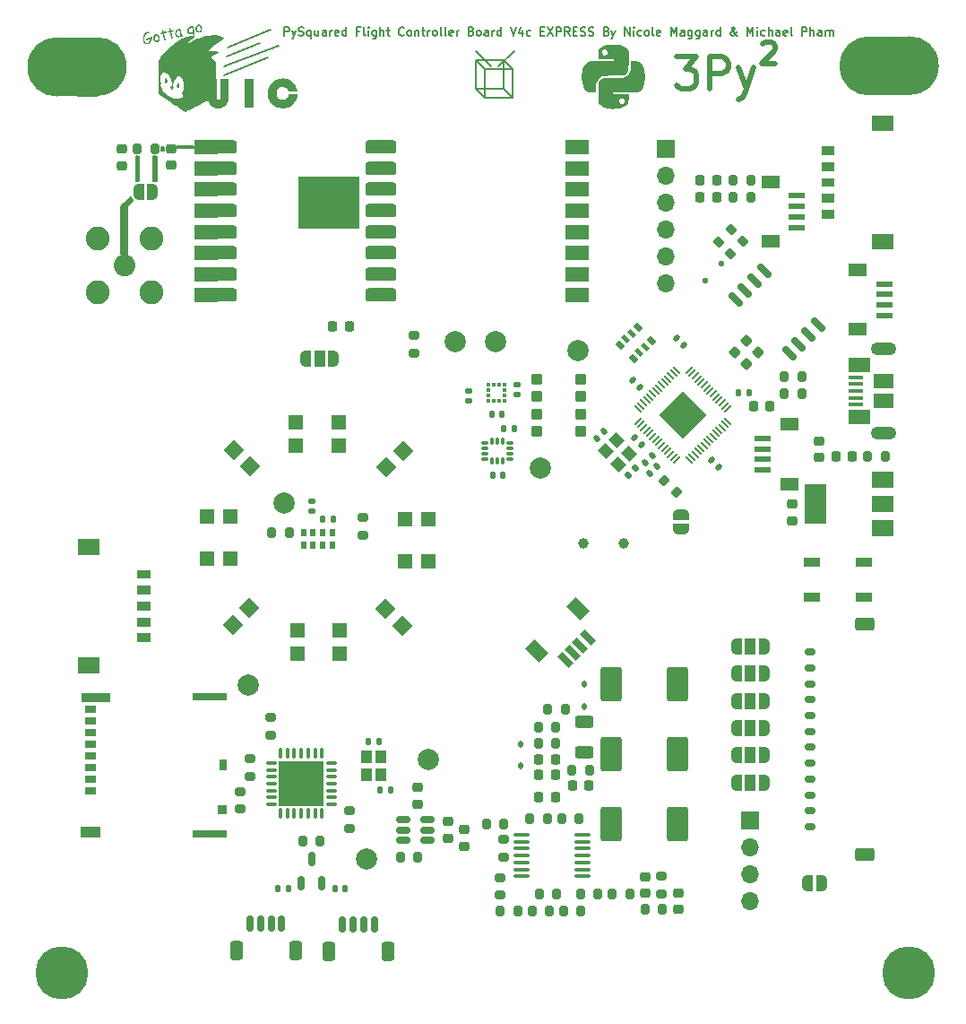
<source format=gbr>
%TF.GenerationSoftware,KiCad,Pcbnew,8.0.2-1*%
%TF.CreationDate,2024-09-20T01:44:26+01:00*%
%TF.ProjectId,FC_V4c_Express,46435f56-3463-45f4-9578-70726573732e,rev?*%
%TF.SameCoordinates,Original*%
%TF.FileFunction,Soldermask,Top*%
%TF.FilePolarity,Negative*%
%FSLAX46Y46*%
G04 Gerber Fmt 4.6, Leading zero omitted, Abs format (unit mm)*
G04 Created by KiCad (PCBNEW 8.0.2-1) date 2024-09-20 01:44:26*
%MOMM*%
%LPD*%
G01*
G04 APERTURE LIST*
G04 Aperture macros list*
%AMRoundRect*
0 Rectangle with rounded corners*
0 $1 Rounding radius*
0 $2 $3 $4 $5 $6 $7 $8 $9 X,Y pos of 4 corners*
0 Add a 4 corners polygon primitive as box body*
4,1,4,$2,$3,$4,$5,$6,$7,$8,$9,$2,$3,0*
0 Add four circle primitives for the rounded corners*
1,1,$1+$1,$2,$3*
1,1,$1+$1,$4,$5*
1,1,$1+$1,$6,$7*
1,1,$1+$1,$8,$9*
0 Add four rect primitives between the rounded corners*
20,1,$1+$1,$2,$3,$4,$5,0*
20,1,$1+$1,$4,$5,$6,$7,0*
20,1,$1+$1,$6,$7,$8,$9,0*
20,1,$1+$1,$8,$9,$2,$3,0*%
%AMRotRect*
0 Rectangle, with rotation*
0 The origin of the aperture is its center*
0 $1 length*
0 $2 width*
0 $3 Rotation angle, in degrees counterclockwise*
0 Add horizontal line*
21,1,$1,$2,0,0,$3*%
%AMFreePoly0*
4,1,19,0.550000,-0.750000,0.000000,-0.750000,0.000000,-0.744911,-0.071157,-0.744911,-0.207708,-0.704816,-0.327430,-0.627875,-0.420627,-0.520320,-0.479746,-0.390866,-0.500000,-0.250000,-0.500000,0.250000,-0.479746,0.390866,-0.420627,0.520320,-0.327430,0.627875,-0.207708,0.704816,-0.071157,0.744911,0.000000,0.744911,0.000000,0.750000,0.550000,0.750000,0.550000,-0.750000,0.550000,-0.750000,
$1*%
%AMFreePoly1*
4,1,19,0.000000,0.744911,0.071157,0.744911,0.207708,0.704816,0.327430,0.627875,0.420627,0.520320,0.479746,0.390866,0.500000,0.250000,0.500000,-0.250000,0.479746,-0.390866,0.420627,-0.520320,0.327430,-0.627875,0.207708,-0.704816,0.071157,-0.744911,0.000000,-0.744911,0.000000,-0.750000,-0.550000,-0.750000,-0.550000,0.750000,0.000000,0.750000,0.000000,0.744911,0.000000,0.744911,
$1*%
%AMFreePoly2*
4,1,19,0.500000,-0.750000,0.000000,-0.750000,0.000000,-0.744911,-0.071157,-0.744911,-0.207708,-0.704816,-0.327430,-0.627875,-0.420627,-0.520320,-0.479746,-0.390866,-0.500000,-0.250000,-0.500000,0.250000,-0.479746,0.390866,-0.420627,0.520320,-0.327430,0.627875,-0.207708,0.704816,-0.071157,0.744911,0.000000,0.744911,0.000000,0.750000,0.500000,0.750000,0.500000,-0.750000,0.500000,-0.750000,
$1*%
%AMFreePoly3*
4,1,19,0.000000,0.744911,0.071157,0.744911,0.207708,0.704816,0.327430,0.627875,0.420627,0.520320,0.479746,0.390866,0.500000,0.250000,0.500000,-0.250000,0.479746,-0.390866,0.420627,-0.520320,0.327430,-0.627875,0.207708,-0.704816,0.071157,-0.744911,0.000000,-0.744911,0.000000,-0.750000,-0.500000,-0.750000,-0.500000,0.750000,0.000000,0.750000,0.000000,0.744911,0.000000,0.744911,
$1*%
G04 Aperture macros list end*
%ADD10C,0.150000*%
%ADD11C,0.200000*%
%ADD12C,0.500000*%
%ADD13C,0.000000*%
%ADD14C,0.010000*%
%ADD15RotRect,1.200000X1.800000X45.000000*%
%ADD16RotRect,0.600000X1.550000X45.000000*%
%ADD17R,1.700000X1.700000*%
%ADD18O,1.700000X1.700000*%
%ADD19R,1.100000X0.700000*%
%ADD20R,0.930000X0.900000*%
%ADD21R,0.780000X1.050000*%
%ADD22R,3.330000X0.700000*%
%ADD23R,2.800000X0.860000*%
%ADD24R,1.830000X1.140000*%
%ADD25RoundRect,0.100000X0.637500X0.100000X-0.637500X0.100000X-0.637500X-0.100000X0.637500X-0.100000X0*%
%ADD26RoundRect,0.200000X-0.200000X-0.275000X0.200000X-0.275000X0.200000X0.275000X-0.200000X0.275000X0*%
%ADD27RoundRect,0.200000X-0.275000X0.200000X-0.275000X-0.200000X0.275000X-0.200000X0.275000X0.200000X0*%
%ADD28RoundRect,0.200000X0.200000X0.275000X-0.200000X0.275000X-0.200000X-0.275000X0.200000X-0.275000X0*%
%ADD29RoundRect,0.250000X-0.625000X0.312500X-0.625000X-0.312500X0.625000X-0.312500X0.625000X0.312500X0*%
%ADD30RoundRect,0.112500X0.112500X-0.187500X0.112500X0.187500X-0.112500X0.187500X-0.112500X-0.187500X0*%
%ADD31RoundRect,0.218750X0.256250X-0.218750X0.256250X0.218750X-0.256250X0.218750X-0.256250X-0.218750X0*%
%ADD32RoundRect,0.225000X0.225000X0.250000X-0.225000X0.250000X-0.225000X-0.250000X0.225000X-0.250000X0*%
%ADD33RoundRect,0.225000X-0.225000X-0.250000X0.225000X-0.250000X0.225000X0.250000X-0.225000X0.250000X0*%
%ADD34RoundRect,0.225000X-0.250000X0.225000X-0.250000X-0.225000X0.250000X-0.225000X0.250000X0.225000X0*%
%ADD35RoundRect,0.250000X-0.750000X-1.400000X0.750000X-1.400000X0.750000X1.400000X-0.750000X1.400000X0*%
%ADD36FreePoly0,0.000000*%
%ADD37R,1.000000X1.500000*%
%ADD38FreePoly1,0.000000*%
%ADD39RoundRect,0.140000X-0.021213X0.219203X-0.219203X0.021213X0.021213X-0.219203X0.219203X-0.021213X0*%
%ADD40C,2.050000*%
%ADD41C,2.250000*%
%ADD42C,2.000000*%
%ADD43C,5.000000*%
%ADD44RoundRect,0.150000X0.150000X0.625000X-0.150000X0.625000X-0.150000X-0.625000X0.150000X-0.625000X0*%
%ADD45RoundRect,0.250000X0.350000X0.650000X-0.350000X0.650000X-0.350000X-0.650000X0.350000X-0.650000X0*%
%ADD46R,2.000000X1.500000*%
%ADD47R,2.000000X3.800000*%
%ADD48R,1.550000X0.600000*%
%ADD49R,1.800000X1.200000*%
%ADD50RotRect,1.400000X1.400000X45.000000*%
%ADD51RoundRect,0.140000X0.021213X-0.219203X0.219203X-0.021213X-0.021213X0.219203X-0.219203X0.021213X0*%
%ADD52FreePoly2,90.000000*%
%ADD53FreePoly3,90.000000*%
%ADD54RoundRect,0.218750X0.218750X0.256250X-0.218750X0.256250X-0.218750X-0.256250X0.218750X-0.256250X0*%
%ADD55R,1.400000X1.400000*%
%ADD56RotRect,0.800000X0.500000X135.000000*%
%ADD57RotRect,0.800000X0.400000X135.000000*%
%ADD58RoundRect,0.225000X0.250000X-0.225000X0.250000X0.225000X-0.250000X0.225000X-0.250000X-0.225000X0*%
%ADD59RoundRect,0.218750X-0.218750X-0.256250X0.218750X-0.256250X0.218750X0.256250X-0.218750X0.256250X0*%
%ADD60RoundRect,0.140000X0.170000X-0.140000X0.170000X0.140000X-0.170000X0.140000X-0.170000X-0.140000X0*%
%ADD61RoundRect,0.050800X-0.450000X-0.450000X0.450000X-0.450000X0.450000X0.450000X-0.450000X0.450000X0*%
%ADD62RoundRect,0.140000X-0.140000X-0.170000X0.140000X-0.170000X0.140000X0.170000X-0.140000X0.170000X0*%
%ADD63RoundRect,0.140000X-0.170000X0.140000X-0.170000X-0.140000X0.170000X-0.140000X0.170000X0.140000X0*%
%ADD64RoundRect,0.225000X0.017678X-0.335876X0.335876X-0.017678X-0.017678X0.335876X-0.335876X0.017678X0*%
%ADD65RoundRect,0.135000X-0.035355X0.226274X-0.226274X0.035355X0.035355X-0.226274X0.226274X-0.035355X0*%
%ADD66RotRect,1.400000X1.400000X135.000000*%
%ADD67RotRect,1.150000X1.000000X315.000000*%
%ADD68RoundRect,0.140000X0.219203X0.021213X0.021213X0.219203X-0.219203X-0.021213X-0.021213X-0.219203X0*%
%ADD69RoundRect,0.140000X0.140000X0.170000X-0.140000X0.170000X-0.140000X-0.170000X0.140000X-0.170000X0*%
%ADD70FreePoly2,0.000000*%
%ADD71FreePoly3,0.000000*%
%ADD72R,1.000000X1.150000*%
%ADD73RoundRect,0.150000X-0.512500X-0.150000X0.512500X-0.150000X0.512500X0.150000X-0.512500X0.150000X0*%
%ADD74RoundRect,0.150000X0.150000X-0.512500X0.150000X0.512500X-0.150000X0.512500X-0.150000X-0.512500X0*%
%ADD75RoundRect,0.200000X0.053033X-0.335876X0.335876X-0.053033X-0.053033X0.335876X-0.335876X0.053033X0*%
%ADD76RoundRect,0.063500X1.000000X0.650000X-1.000000X0.650000X-1.000000X-0.650000X1.000000X-0.650000X0*%
%ADD77RoundRect,0.063500X2.849999X2.400000X-2.849999X2.400000X-2.849999X-2.400000X2.849999X-2.400000X0*%
%ADD78RoundRect,0.087500X-0.225000X-0.087500X0.225000X-0.087500X0.225000X0.087500X-0.225000X0.087500X0*%
%ADD79RoundRect,0.087500X-0.087500X-0.225000X0.087500X-0.225000X0.087500X0.225000X-0.087500X0.225000X0*%
%ADD80RoundRect,0.150000X-0.565685X0.353553X0.353553X-0.565685X0.565685X-0.353553X-0.353553X0.565685X0*%
%ADD81RoundRect,0.140000X-0.219203X-0.021213X-0.021213X-0.219203X0.219203X0.021213X0.021213X0.219203X0*%
%ADD82R,1.500000X0.900000*%
%ADD83RotRect,1.400000X1.400000X315.000000*%
%ADD84RoundRect,0.125000X0.000000X-0.176777X0.176777X0.000000X0.000000X0.176777X-0.176777X0.000000X0*%
%ADD85RoundRect,0.200000X0.335876X0.053033X0.053033X0.335876X-0.335876X-0.053033X-0.053033X-0.335876X0*%
%ADD86RoundRect,0.200000X0.275000X-0.200000X0.275000X0.200000X-0.275000X0.200000X-0.275000X-0.200000X0*%
%ADD87RoundRect,0.050000X-0.309359X0.238649X0.238649X-0.309359X0.309359X-0.238649X-0.238649X0.309359X0*%
%ADD88RoundRect,0.050000X-0.309359X-0.238649X-0.238649X-0.309359X0.309359X0.238649X0.238649X0.309359X0*%
%ADD89RotRect,3.200000X3.200000X315.000000*%
%ADD90RoundRect,0.317500X1.157500X0.317500X-1.157500X0.317500X-1.157500X-0.317500X1.157500X-0.317500X0*%
%ADD91R,0.375000X0.350000*%
%ADD92R,0.350000X0.375000*%
%ADD93RoundRect,0.075000X-0.437500X-0.075000X0.437500X-0.075000X0.437500X0.075000X-0.437500X0.075000X0*%
%ADD94RoundRect,0.075000X-0.075000X-0.437500X0.075000X-0.437500X0.075000X0.437500X-0.075000X0.437500X0*%
%ADD95R,4.250000X4.250000*%
%ADD96RotRect,1.400000X1.400000X225.000000*%
%ADD97R,0.500000X0.800000*%
%ADD98RoundRect,0.150000X0.350000X-0.150000X0.350000X0.150000X-0.350000X0.150000X-0.350000X-0.150000X0*%
%ADD99RoundRect,0.250000X0.650000X-0.375000X0.650000X0.375000X-0.650000X0.375000X-0.650000X-0.375000X0*%
%ADD100RoundRect,0.200000X-0.053033X0.335876X-0.335876X0.053033X0.053033X-0.335876X0.335876X-0.053033X0*%
%ADD101R,1.380000X0.450000*%
%ADD102O,2.416000X1.208000*%
%ADD103R,2.100000X1.475000*%
%ADD104R,1.900000X1.375000*%
%ADD105C,1.000000*%
G04 APERTURE END LIST*
D10*
X162900000Y-50600000D02*
X167000000Y-48900000D01*
X162600000Y-53200000D02*
X166700000Y-51500000D01*
X162550000Y-52350000D02*
X167750000Y-50450000D01*
X162850000Y-51450000D02*
X165950000Y-50150000D01*
D11*
X187840000Y-52410000D02*
X186360000Y-50930000D01*
D10*
X153291978Y-52405459D02*
G75*
G02*
X147907162Y-52405459I-2692408J0D01*
G01*
X147907162Y-52405459D02*
G75*
G02*
X153291978Y-52405459I2692408J0D01*
G01*
D11*
X189040000Y-51820000D02*
X186340000Y-51820000D01*
X186340000Y-51820000D02*
X187190000Y-52670000D01*
X186340000Y-54520000D02*
X189040000Y-54520000D01*
X189040000Y-54520000D02*
X189040000Y-51820000D01*
D10*
X146799570Y-55127504D02*
X150599570Y-55134011D01*
D11*
X189040000Y-54520000D02*
X189890000Y-55370000D01*
X186340000Y-54520000D02*
X186340000Y-51820000D01*
D10*
X223543845Y-55035798D02*
X227343845Y-55042305D01*
X149506967Y-52430757D02*
G75*
G02*
X144092173Y-52430757I-2707397J0D01*
G01*
X144092173Y-52430757D02*
G75*
G02*
X149506967Y-52430757I2707397J0D01*
G01*
X230036253Y-52313753D02*
G75*
G02*
X224651437Y-52313753I-2692408J0D01*
G01*
X224651437Y-52313753D02*
G75*
G02*
X230036253Y-52313753I2692408J0D01*
G01*
X227393845Y-49635798D02*
X223593845Y-49642305D01*
X150649570Y-49727504D02*
X146849570Y-49734011D01*
D11*
X189890000Y-55370000D02*
X189890000Y-52670000D01*
X189040000Y-51820000D02*
X189890000Y-52670000D01*
X187190000Y-52670000D02*
X187190000Y-55370000D01*
X187190000Y-55370000D02*
X186340000Y-54520000D01*
X189890000Y-52670000D02*
X187190000Y-52670000D01*
X187190000Y-55370000D02*
X189890000Y-55370000D01*
X188520000Y-52390000D02*
X189990000Y-50920000D01*
D10*
X226251242Y-52339051D02*
G75*
G02*
X220836448Y-52339051I-2707397J0D01*
G01*
X220836448Y-52339051D02*
G75*
G02*
X226251242Y-52339051I2707397J0D01*
G01*
D12*
X213498571Y-50289714D02*
X213593809Y-50194476D01*
X213593809Y-50194476D02*
X213784285Y-50099238D01*
X213784285Y-50099238D02*
X214260476Y-50099238D01*
X214260476Y-50099238D02*
X214450952Y-50194476D01*
X214450952Y-50194476D02*
X214546190Y-50289714D01*
X214546190Y-50289714D02*
X214641428Y-50480190D01*
X214641428Y-50480190D02*
X214641428Y-50670666D01*
X214641428Y-50670666D02*
X214546190Y-50956380D01*
X214546190Y-50956380D02*
X213403333Y-52099238D01*
X213403333Y-52099238D02*
X214641428Y-52099238D01*
X205367143Y-51481857D02*
X207224286Y-51481857D01*
X207224286Y-51481857D02*
X206224286Y-52624714D01*
X206224286Y-52624714D02*
X206652857Y-52624714D01*
X206652857Y-52624714D02*
X206938572Y-52767571D01*
X206938572Y-52767571D02*
X207081429Y-52910428D01*
X207081429Y-52910428D02*
X207224286Y-53196142D01*
X207224286Y-53196142D02*
X207224286Y-53910428D01*
X207224286Y-53910428D02*
X207081429Y-54196142D01*
X207081429Y-54196142D02*
X206938572Y-54339000D01*
X206938572Y-54339000D02*
X206652857Y-54481857D01*
X206652857Y-54481857D02*
X205795714Y-54481857D01*
X205795714Y-54481857D02*
X205510000Y-54339000D01*
X205510000Y-54339000D02*
X205367143Y-54196142D01*
X208510000Y-54481857D02*
X208510000Y-51481857D01*
X208510000Y-51481857D02*
X209652857Y-51481857D01*
X209652857Y-51481857D02*
X209938572Y-51624714D01*
X209938572Y-51624714D02*
X210081429Y-51767571D01*
X210081429Y-51767571D02*
X210224286Y-52053285D01*
X210224286Y-52053285D02*
X210224286Y-52481857D01*
X210224286Y-52481857D02*
X210081429Y-52767571D01*
X210081429Y-52767571D02*
X209938572Y-52910428D01*
X209938572Y-52910428D02*
X209652857Y-53053285D01*
X209652857Y-53053285D02*
X208510000Y-53053285D01*
X211224286Y-52481857D02*
X211938572Y-54481857D01*
X212652857Y-52481857D02*
X211938572Y-54481857D01*
X211938572Y-54481857D02*
X211652857Y-55196142D01*
X211652857Y-55196142D02*
X211510000Y-55339000D01*
X211510000Y-55339000D02*
X211224286Y-55481857D01*
D11*
X168276184Y-49491695D02*
X168276184Y-48691695D01*
X168276184Y-48691695D02*
X168580946Y-48691695D01*
X168580946Y-48691695D02*
X168657136Y-48729790D01*
X168657136Y-48729790D02*
X168695231Y-48767885D01*
X168695231Y-48767885D02*
X168733327Y-48844076D01*
X168733327Y-48844076D02*
X168733327Y-48958361D01*
X168733327Y-48958361D02*
X168695231Y-49034552D01*
X168695231Y-49034552D02*
X168657136Y-49072647D01*
X168657136Y-49072647D02*
X168580946Y-49110742D01*
X168580946Y-49110742D02*
X168276184Y-49110742D01*
X168999993Y-48958361D02*
X169190469Y-49491695D01*
X169380946Y-48958361D02*
X169190469Y-49491695D01*
X169190469Y-49491695D02*
X169114279Y-49682171D01*
X169114279Y-49682171D02*
X169076184Y-49720266D01*
X169076184Y-49720266D02*
X168999993Y-49758361D01*
X169647612Y-49453600D02*
X169761898Y-49491695D01*
X169761898Y-49491695D02*
X169952374Y-49491695D01*
X169952374Y-49491695D02*
X170028565Y-49453600D01*
X170028565Y-49453600D02*
X170066660Y-49415504D01*
X170066660Y-49415504D02*
X170104755Y-49339314D01*
X170104755Y-49339314D02*
X170104755Y-49263123D01*
X170104755Y-49263123D02*
X170066660Y-49186933D01*
X170066660Y-49186933D02*
X170028565Y-49148838D01*
X170028565Y-49148838D02*
X169952374Y-49110742D01*
X169952374Y-49110742D02*
X169799993Y-49072647D01*
X169799993Y-49072647D02*
X169723803Y-49034552D01*
X169723803Y-49034552D02*
X169685708Y-48996457D01*
X169685708Y-48996457D02*
X169647612Y-48920266D01*
X169647612Y-48920266D02*
X169647612Y-48844076D01*
X169647612Y-48844076D02*
X169685708Y-48767885D01*
X169685708Y-48767885D02*
X169723803Y-48729790D01*
X169723803Y-48729790D02*
X169799993Y-48691695D01*
X169799993Y-48691695D02*
X169990470Y-48691695D01*
X169990470Y-48691695D02*
X170104755Y-48729790D01*
X170790470Y-48958361D02*
X170790470Y-49758361D01*
X170790470Y-49453600D02*
X170714279Y-49491695D01*
X170714279Y-49491695D02*
X170561898Y-49491695D01*
X170561898Y-49491695D02*
X170485708Y-49453600D01*
X170485708Y-49453600D02*
X170447613Y-49415504D01*
X170447613Y-49415504D02*
X170409517Y-49339314D01*
X170409517Y-49339314D02*
X170409517Y-49110742D01*
X170409517Y-49110742D02*
X170447613Y-49034552D01*
X170447613Y-49034552D02*
X170485708Y-48996457D01*
X170485708Y-48996457D02*
X170561898Y-48958361D01*
X170561898Y-48958361D02*
X170714279Y-48958361D01*
X170714279Y-48958361D02*
X170790470Y-48996457D01*
X171514280Y-48958361D02*
X171514280Y-49491695D01*
X171171423Y-48958361D02*
X171171423Y-49377409D01*
X171171423Y-49377409D02*
X171209518Y-49453600D01*
X171209518Y-49453600D02*
X171285708Y-49491695D01*
X171285708Y-49491695D02*
X171399994Y-49491695D01*
X171399994Y-49491695D02*
X171476185Y-49453600D01*
X171476185Y-49453600D02*
X171514280Y-49415504D01*
X172238090Y-49491695D02*
X172238090Y-49072647D01*
X172238090Y-49072647D02*
X172199995Y-48996457D01*
X172199995Y-48996457D02*
X172123804Y-48958361D01*
X172123804Y-48958361D02*
X171971423Y-48958361D01*
X171971423Y-48958361D02*
X171895233Y-48996457D01*
X172238090Y-49453600D02*
X172161899Y-49491695D01*
X172161899Y-49491695D02*
X171971423Y-49491695D01*
X171971423Y-49491695D02*
X171895233Y-49453600D01*
X171895233Y-49453600D02*
X171857137Y-49377409D01*
X171857137Y-49377409D02*
X171857137Y-49301219D01*
X171857137Y-49301219D02*
X171895233Y-49225028D01*
X171895233Y-49225028D02*
X171971423Y-49186933D01*
X171971423Y-49186933D02*
X172161899Y-49186933D01*
X172161899Y-49186933D02*
X172238090Y-49148838D01*
X172619043Y-49491695D02*
X172619043Y-48958361D01*
X172619043Y-49110742D02*
X172657138Y-49034552D01*
X172657138Y-49034552D02*
X172695233Y-48996457D01*
X172695233Y-48996457D02*
X172771424Y-48958361D01*
X172771424Y-48958361D02*
X172847614Y-48958361D01*
X173419043Y-49453600D02*
X173342852Y-49491695D01*
X173342852Y-49491695D02*
X173190471Y-49491695D01*
X173190471Y-49491695D02*
X173114281Y-49453600D01*
X173114281Y-49453600D02*
X173076185Y-49377409D01*
X173076185Y-49377409D02*
X173076185Y-49072647D01*
X173076185Y-49072647D02*
X173114281Y-48996457D01*
X173114281Y-48996457D02*
X173190471Y-48958361D01*
X173190471Y-48958361D02*
X173342852Y-48958361D01*
X173342852Y-48958361D02*
X173419043Y-48996457D01*
X173419043Y-48996457D02*
X173457138Y-49072647D01*
X173457138Y-49072647D02*
X173457138Y-49148838D01*
X173457138Y-49148838D02*
X173076185Y-49225028D01*
X174142852Y-49491695D02*
X174142852Y-48691695D01*
X174142852Y-49453600D02*
X174066661Y-49491695D01*
X174066661Y-49491695D02*
X173914280Y-49491695D01*
X173914280Y-49491695D02*
X173838090Y-49453600D01*
X173838090Y-49453600D02*
X173799995Y-49415504D01*
X173799995Y-49415504D02*
X173761899Y-49339314D01*
X173761899Y-49339314D02*
X173761899Y-49110742D01*
X173761899Y-49110742D02*
X173799995Y-49034552D01*
X173799995Y-49034552D02*
X173838090Y-48996457D01*
X173838090Y-48996457D02*
X173914280Y-48958361D01*
X173914280Y-48958361D02*
X174066661Y-48958361D01*
X174066661Y-48958361D02*
X174142852Y-48996457D01*
X175399995Y-49072647D02*
X175133329Y-49072647D01*
X175133329Y-49491695D02*
X175133329Y-48691695D01*
X175133329Y-48691695D02*
X175514281Y-48691695D01*
X175933328Y-49491695D02*
X175857138Y-49453600D01*
X175857138Y-49453600D02*
X175819043Y-49377409D01*
X175819043Y-49377409D02*
X175819043Y-48691695D01*
X176238091Y-49491695D02*
X176238091Y-48958361D01*
X176238091Y-48691695D02*
X176199995Y-48729790D01*
X176199995Y-48729790D02*
X176238091Y-48767885D01*
X176238091Y-48767885D02*
X176276186Y-48729790D01*
X176276186Y-48729790D02*
X176238091Y-48691695D01*
X176238091Y-48691695D02*
X176238091Y-48767885D01*
X176961900Y-48958361D02*
X176961900Y-49605980D01*
X176961900Y-49605980D02*
X176923805Y-49682171D01*
X176923805Y-49682171D02*
X176885709Y-49720266D01*
X176885709Y-49720266D02*
X176809519Y-49758361D01*
X176809519Y-49758361D02*
X176695233Y-49758361D01*
X176695233Y-49758361D02*
X176619043Y-49720266D01*
X176961900Y-49453600D02*
X176885709Y-49491695D01*
X176885709Y-49491695D02*
X176733328Y-49491695D01*
X176733328Y-49491695D02*
X176657138Y-49453600D01*
X176657138Y-49453600D02*
X176619043Y-49415504D01*
X176619043Y-49415504D02*
X176580947Y-49339314D01*
X176580947Y-49339314D02*
X176580947Y-49110742D01*
X176580947Y-49110742D02*
X176619043Y-49034552D01*
X176619043Y-49034552D02*
X176657138Y-48996457D01*
X176657138Y-48996457D02*
X176733328Y-48958361D01*
X176733328Y-48958361D02*
X176885709Y-48958361D01*
X176885709Y-48958361D02*
X176961900Y-48996457D01*
X177342853Y-49491695D02*
X177342853Y-48691695D01*
X177685710Y-49491695D02*
X177685710Y-49072647D01*
X177685710Y-49072647D02*
X177647615Y-48996457D01*
X177647615Y-48996457D02*
X177571424Y-48958361D01*
X177571424Y-48958361D02*
X177457138Y-48958361D01*
X177457138Y-48958361D02*
X177380948Y-48996457D01*
X177380948Y-48996457D02*
X177342853Y-49034552D01*
X177952377Y-48958361D02*
X178257139Y-48958361D01*
X178066663Y-48691695D02*
X178066663Y-49377409D01*
X178066663Y-49377409D02*
X178104758Y-49453600D01*
X178104758Y-49453600D02*
X178180948Y-49491695D01*
X178180948Y-49491695D02*
X178257139Y-49491695D01*
X179590473Y-49415504D02*
X179552377Y-49453600D01*
X179552377Y-49453600D02*
X179438092Y-49491695D01*
X179438092Y-49491695D02*
X179361901Y-49491695D01*
X179361901Y-49491695D02*
X179247615Y-49453600D01*
X179247615Y-49453600D02*
X179171425Y-49377409D01*
X179171425Y-49377409D02*
X179133330Y-49301219D01*
X179133330Y-49301219D02*
X179095234Y-49148838D01*
X179095234Y-49148838D02*
X179095234Y-49034552D01*
X179095234Y-49034552D02*
X179133330Y-48882171D01*
X179133330Y-48882171D02*
X179171425Y-48805980D01*
X179171425Y-48805980D02*
X179247615Y-48729790D01*
X179247615Y-48729790D02*
X179361901Y-48691695D01*
X179361901Y-48691695D02*
X179438092Y-48691695D01*
X179438092Y-48691695D02*
X179552377Y-48729790D01*
X179552377Y-48729790D02*
X179590473Y-48767885D01*
X180047615Y-49491695D02*
X179971425Y-49453600D01*
X179971425Y-49453600D02*
X179933330Y-49415504D01*
X179933330Y-49415504D02*
X179895234Y-49339314D01*
X179895234Y-49339314D02*
X179895234Y-49110742D01*
X179895234Y-49110742D02*
X179933330Y-49034552D01*
X179933330Y-49034552D02*
X179971425Y-48996457D01*
X179971425Y-48996457D02*
X180047615Y-48958361D01*
X180047615Y-48958361D02*
X180161901Y-48958361D01*
X180161901Y-48958361D02*
X180238092Y-48996457D01*
X180238092Y-48996457D02*
X180276187Y-49034552D01*
X180276187Y-49034552D02*
X180314282Y-49110742D01*
X180314282Y-49110742D02*
X180314282Y-49339314D01*
X180314282Y-49339314D02*
X180276187Y-49415504D01*
X180276187Y-49415504D02*
X180238092Y-49453600D01*
X180238092Y-49453600D02*
X180161901Y-49491695D01*
X180161901Y-49491695D02*
X180047615Y-49491695D01*
X180657140Y-48958361D02*
X180657140Y-49491695D01*
X180657140Y-49034552D02*
X180695235Y-48996457D01*
X180695235Y-48996457D02*
X180771425Y-48958361D01*
X180771425Y-48958361D02*
X180885711Y-48958361D01*
X180885711Y-48958361D02*
X180961902Y-48996457D01*
X180961902Y-48996457D02*
X180999997Y-49072647D01*
X180999997Y-49072647D02*
X180999997Y-49491695D01*
X181266664Y-48958361D02*
X181571426Y-48958361D01*
X181380950Y-48691695D02*
X181380950Y-49377409D01*
X181380950Y-49377409D02*
X181419045Y-49453600D01*
X181419045Y-49453600D02*
X181495235Y-49491695D01*
X181495235Y-49491695D02*
X181571426Y-49491695D01*
X181838093Y-49491695D02*
X181838093Y-48958361D01*
X181838093Y-49110742D02*
X181876188Y-49034552D01*
X181876188Y-49034552D02*
X181914283Y-48996457D01*
X181914283Y-48996457D02*
X181990474Y-48958361D01*
X181990474Y-48958361D02*
X182066664Y-48958361D01*
X182447616Y-49491695D02*
X182371426Y-49453600D01*
X182371426Y-49453600D02*
X182333331Y-49415504D01*
X182333331Y-49415504D02*
X182295235Y-49339314D01*
X182295235Y-49339314D02*
X182295235Y-49110742D01*
X182295235Y-49110742D02*
X182333331Y-49034552D01*
X182333331Y-49034552D02*
X182371426Y-48996457D01*
X182371426Y-48996457D02*
X182447616Y-48958361D01*
X182447616Y-48958361D02*
X182561902Y-48958361D01*
X182561902Y-48958361D02*
X182638093Y-48996457D01*
X182638093Y-48996457D02*
X182676188Y-49034552D01*
X182676188Y-49034552D02*
X182714283Y-49110742D01*
X182714283Y-49110742D02*
X182714283Y-49339314D01*
X182714283Y-49339314D02*
X182676188Y-49415504D01*
X182676188Y-49415504D02*
X182638093Y-49453600D01*
X182638093Y-49453600D02*
X182561902Y-49491695D01*
X182561902Y-49491695D02*
X182447616Y-49491695D01*
X183171426Y-49491695D02*
X183095236Y-49453600D01*
X183095236Y-49453600D02*
X183057141Y-49377409D01*
X183057141Y-49377409D02*
X183057141Y-48691695D01*
X183590474Y-49491695D02*
X183514284Y-49453600D01*
X183514284Y-49453600D02*
X183476189Y-49377409D01*
X183476189Y-49377409D02*
X183476189Y-48691695D01*
X184199999Y-49453600D02*
X184123808Y-49491695D01*
X184123808Y-49491695D02*
X183971427Y-49491695D01*
X183971427Y-49491695D02*
X183895237Y-49453600D01*
X183895237Y-49453600D02*
X183857141Y-49377409D01*
X183857141Y-49377409D02*
X183857141Y-49072647D01*
X183857141Y-49072647D02*
X183895237Y-48996457D01*
X183895237Y-48996457D02*
X183971427Y-48958361D01*
X183971427Y-48958361D02*
X184123808Y-48958361D01*
X184123808Y-48958361D02*
X184199999Y-48996457D01*
X184199999Y-48996457D02*
X184238094Y-49072647D01*
X184238094Y-49072647D02*
X184238094Y-49148838D01*
X184238094Y-49148838D02*
X183857141Y-49225028D01*
X184580951Y-49491695D02*
X184580951Y-48958361D01*
X184580951Y-49110742D02*
X184619046Y-49034552D01*
X184619046Y-49034552D02*
X184657141Y-48996457D01*
X184657141Y-48996457D02*
X184733332Y-48958361D01*
X184733332Y-48958361D02*
X184809522Y-48958361D01*
X185952379Y-49072647D02*
X186066665Y-49110742D01*
X186066665Y-49110742D02*
X186104760Y-49148838D01*
X186104760Y-49148838D02*
X186142856Y-49225028D01*
X186142856Y-49225028D02*
X186142856Y-49339314D01*
X186142856Y-49339314D02*
X186104760Y-49415504D01*
X186104760Y-49415504D02*
X186066665Y-49453600D01*
X186066665Y-49453600D02*
X185990475Y-49491695D01*
X185990475Y-49491695D02*
X185685713Y-49491695D01*
X185685713Y-49491695D02*
X185685713Y-48691695D01*
X185685713Y-48691695D02*
X185952379Y-48691695D01*
X185952379Y-48691695D02*
X186028570Y-48729790D01*
X186028570Y-48729790D02*
X186066665Y-48767885D01*
X186066665Y-48767885D02*
X186104760Y-48844076D01*
X186104760Y-48844076D02*
X186104760Y-48920266D01*
X186104760Y-48920266D02*
X186066665Y-48996457D01*
X186066665Y-48996457D02*
X186028570Y-49034552D01*
X186028570Y-49034552D02*
X185952379Y-49072647D01*
X185952379Y-49072647D02*
X185685713Y-49072647D01*
X186599998Y-49491695D02*
X186523808Y-49453600D01*
X186523808Y-49453600D02*
X186485713Y-49415504D01*
X186485713Y-49415504D02*
X186447617Y-49339314D01*
X186447617Y-49339314D02*
X186447617Y-49110742D01*
X186447617Y-49110742D02*
X186485713Y-49034552D01*
X186485713Y-49034552D02*
X186523808Y-48996457D01*
X186523808Y-48996457D02*
X186599998Y-48958361D01*
X186599998Y-48958361D02*
X186714284Y-48958361D01*
X186714284Y-48958361D02*
X186790475Y-48996457D01*
X186790475Y-48996457D02*
X186828570Y-49034552D01*
X186828570Y-49034552D02*
X186866665Y-49110742D01*
X186866665Y-49110742D02*
X186866665Y-49339314D01*
X186866665Y-49339314D02*
X186828570Y-49415504D01*
X186828570Y-49415504D02*
X186790475Y-49453600D01*
X186790475Y-49453600D02*
X186714284Y-49491695D01*
X186714284Y-49491695D02*
X186599998Y-49491695D01*
X187552380Y-49491695D02*
X187552380Y-49072647D01*
X187552380Y-49072647D02*
X187514285Y-48996457D01*
X187514285Y-48996457D02*
X187438094Y-48958361D01*
X187438094Y-48958361D02*
X187285713Y-48958361D01*
X187285713Y-48958361D02*
X187209523Y-48996457D01*
X187552380Y-49453600D02*
X187476189Y-49491695D01*
X187476189Y-49491695D02*
X187285713Y-49491695D01*
X187285713Y-49491695D02*
X187209523Y-49453600D01*
X187209523Y-49453600D02*
X187171427Y-49377409D01*
X187171427Y-49377409D02*
X187171427Y-49301219D01*
X187171427Y-49301219D02*
X187209523Y-49225028D01*
X187209523Y-49225028D02*
X187285713Y-49186933D01*
X187285713Y-49186933D02*
X187476189Y-49186933D01*
X187476189Y-49186933D02*
X187552380Y-49148838D01*
X187933333Y-49491695D02*
X187933333Y-48958361D01*
X187933333Y-49110742D02*
X187971428Y-49034552D01*
X187971428Y-49034552D02*
X188009523Y-48996457D01*
X188009523Y-48996457D02*
X188085714Y-48958361D01*
X188085714Y-48958361D02*
X188161904Y-48958361D01*
X188771428Y-49491695D02*
X188771428Y-48691695D01*
X188771428Y-49453600D02*
X188695237Y-49491695D01*
X188695237Y-49491695D02*
X188542856Y-49491695D01*
X188542856Y-49491695D02*
X188466666Y-49453600D01*
X188466666Y-49453600D02*
X188428571Y-49415504D01*
X188428571Y-49415504D02*
X188390475Y-49339314D01*
X188390475Y-49339314D02*
X188390475Y-49110742D01*
X188390475Y-49110742D02*
X188428571Y-49034552D01*
X188428571Y-49034552D02*
X188466666Y-48996457D01*
X188466666Y-48996457D02*
X188542856Y-48958361D01*
X188542856Y-48958361D02*
X188695237Y-48958361D01*
X188695237Y-48958361D02*
X188771428Y-48996457D01*
X189647619Y-48691695D02*
X189914286Y-49491695D01*
X189914286Y-49491695D02*
X190180952Y-48691695D01*
X190790476Y-48958361D02*
X190790476Y-49491695D01*
X190600000Y-48653600D02*
X190409523Y-49225028D01*
X190409523Y-49225028D02*
X190904762Y-49225028D01*
X191552381Y-49453600D02*
X191476190Y-49491695D01*
X191476190Y-49491695D02*
X191323809Y-49491695D01*
X191323809Y-49491695D02*
X191247619Y-49453600D01*
X191247619Y-49453600D02*
X191209524Y-49415504D01*
X191209524Y-49415504D02*
X191171428Y-49339314D01*
X191171428Y-49339314D02*
X191171428Y-49110742D01*
X191171428Y-49110742D02*
X191209524Y-49034552D01*
X191209524Y-49034552D02*
X191247619Y-48996457D01*
X191247619Y-48996457D02*
X191323809Y-48958361D01*
X191323809Y-48958361D02*
X191476190Y-48958361D01*
X191476190Y-48958361D02*
X191552381Y-48996457D01*
X192504762Y-49072647D02*
X192771428Y-49072647D01*
X192885714Y-49491695D02*
X192504762Y-49491695D01*
X192504762Y-49491695D02*
X192504762Y-48691695D01*
X192504762Y-48691695D02*
X192885714Y-48691695D01*
X193152381Y-48691695D02*
X193685715Y-49491695D01*
X193685715Y-48691695D02*
X193152381Y-49491695D01*
X193990477Y-49491695D02*
X193990477Y-48691695D01*
X193990477Y-48691695D02*
X194295239Y-48691695D01*
X194295239Y-48691695D02*
X194371429Y-48729790D01*
X194371429Y-48729790D02*
X194409524Y-48767885D01*
X194409524Y-48767885D02*
X194447620Y-48844076D01*
X194447620Y-48844076D02*
X194447620Y-48958361D01*
X194447620Y-48958361D02*
X194409524Y-49034552D01*
X194409524Y-49034552D02*
X194371429Y-49072647D01*
X194371429Y-49072647D02*
X194295239Y-49110742D01*
X194295239Y-49110742D02*
X193990477Y-49110742D01*
X195247620Y-49491695D02*
X194980953Y-49110742D01*
X194790477Y-49491695D02*
X194790477Y-48691695D01*
X194790477Y-48691695D02*
X195095239Y-48691695D01*
X195095239Y-48691695D02*
X195171429Y-48729790D01*
X195171429Y-48729790D02*
X195209524Y-48767885D01*
X195209524Y-48767885D02*
X195247620Y-48844076D01*
X195247620Y-48844076D02*
X195247620Y-48958361D01*
X195247620Y-48958361D02*
X195209524Y-49034552D01*
X195209524Y-49034552D02*
X195171429Y-49072647D01*
X195171429Y-49072647D02*
X195095239Y-49110742D01*
X195095239Y-49110742D02*
X194790477Y-49110742D01*
X195590477Y-49072647D02*
X195857143Y-49072647D01*
X195971429Y-49491695D02*
X195590477Y-49491695D01*
X195590477Y-49491695D02*
X195590477Y-48691695D01*
X195590477Y-48691695D02*
X195971429Y-48691695D01*
X196276191Y-49453600D02*
X196390477Y-49491695D01*
X196390477Y-49491695D02*
X196580953Y-49491695D01*
X196580953Y-49491695D02*
X196657144Y-49453600D01*
X196657144Y-49453600D02*
X196695239Y-49415504D01*
X196695239Y-49415504D02*
X196733334Y-49339314D01*
X196733334Y-49339314D02*
X196733334Y-49263123D01*
X196733334Y-49263123D02*
X196695239Y-49186933D01*
X196695239Y-49186933D02*
X196657144Y-49148838D01*
X196657144Y-49148838D02*
X196580953Y-49110742D01*
X196580953Y-49110742D02*
X196428572Y-49072647D01*
X196428572Y-49072647D02*
X196352382Y-49034552D01*
X196352382Y-49034552D02*
X196314287Y-48996457D01*
X196314287Y-48996457D02*
X196276191Y-48920266D01*
X196276191Y-48920266D02*
X196276191Y-48844076D01*
X196276191Y-48844076D02*
X196314287Y-48767885D01*
X196314287Y-48767885D02*
X196352382Y-48729790D01*
X196352382Y-48729790D02*
X196428572Y-48691695D01*
X196428572Y-48691695D02*
X196619049Y-48691695D01*
X196619049Y-48691695D02*
X196733334Y-48729790D01*
X197038096Y-49453600D02*
X197152382Y-49491695D01*
X197152382Y-49491695D02*
X197342858Y-49491695D01*
X197342858Y-49491695D02*
X197419049Y-49453600D01*
X197419049Y-49453600D02*
X197457144Y-49415504D01*
X197457144Y-49415504D02*
X197495239Y-49339314D01*
X197495239Y-49339314D02*
X197495239Y-49263123D01*
X197495239Y-49263123D02*
X197457144Y-49186933D01*
X197457144Y-49186933D02*
X197419049Y-49148838D01*
X197419049Y-49148838D02*
X197342858Y-49110742D01*
X197342858Y-49110742D02*
X197190477Y-49072647D01*
X197190477Y-49072647D02*
X197114287Y-49034552D01*
X197114287Y-49034552D02*
X197076192Y-48996457D01*
X197076192Y-48996457D02*
X197038096Y-48920266D01*
X197038096Y-48920266D02*
X197038096Y-48844076D01*
X197038096Y-48844076D02*
X197076192Y-48767885D01*
X197076192Y-48767885D02*
X197114287Y-48729790D01*
X197114287Y-48729790D02*
X197190477Y-48691695D01*
X197190477Y-48691695D02*
X197380954Y-48691695D01*
X197380954Y-48691695D02*
X197495239Y-48729790D01*
X198714287Y-49072647D02*
X198828573Y-49110742D01*
X198828573Y-49110742D02*
X198866668Y-49148838D01*
X198866668Y-49148838D02*
X198904764Y-49225028D01*
X198904764Y-49225028D02*
X198904764Y-49339314D01*
X198904764Y-49339314D02*
X198866668Y-49415504D01*
X198866668Y-49415504D02*
X198828573Y-49453600D01*
X198828573Y-49453600D02*
X198752383Y-49491695D01*
X198752383Y-49491695D02*
X198447621Y-49491695D01*
X198447621Y-49491695D02*
X198447621Y-48691695D01*
X198447621Y-48691695D02*
X198714287Y-48691695D01*
X198714287Y-48691695D02*
X198790478Y-48729790D01*
X198790478Y-48729790D02*
X198828573Y-48767885D01*
X198828573Y-48767885D02*
X198866668Y-48844076D01*
X198866668Y-48844076D02*
X198866668Y-48920266D01*
X198866668Y-48920266D02*
X198828573Y-48996457D01*
X198828573Y-48996457D02*
X198790478Y-49034552D01*
X198790478Y-49034552D02*
X198714287Y-49072647D01*
X198714287Y-49072647D02*
X198447621Y-49072647D01*
X199171430Y-48958361D02*
X199361906Y-49491695D01*
X199552383Y-48958361D02*
X199361906Y-49491695D01*
X199361906Y-49491695D02*
X199285716Y-49682171D01*
X199285716Y-49682171D02*
X199247621Y-49720266D01*
X199247621Y-49720266D02*
X199171430Y-49758361D01*
X200466669Y-49491695D02*
X200466669Y-48691695D01*
X200466669Y-48691695D02*
X200923812Y-49491695D01*
X200923812Y-49491695D02*
X200923812Y-48691695D01*
X201304764Y-49491695D02*
X201304764Y-48958361D01*
X201304764Y-48691695D02*
X201266668Y-48729790D01*
X201266668Y-48729790D02*
X201304764Y-48767885D01*
X201304764Y-48767885D02*
X201342859Y-48729790D01*
X201342859Y-48729790D02*
X201304764Y-48691695D01*
X201304764Y-48691695D02*
X201304764Y-48767885D01*
X202028573Y-49453600D02*
X201952382Y-49491695D01*
X201952382Y-49491695D02*
X201800001Y-49491695D01*
X201800001Y-49491695D02*
X201723811Y-49453600D01*
X201723811Y-49453600D02*
X201685716Y-49415504D01*
X201685716Y-49415504D02*
X201647620Y-49339314D01*
X201647620Y-49339314D02*
X201647620Y-49110742D01*
X201647620Y-49110742D02*
X201685716Y-49034552D01*
X201685716Y-49034552D02*
X201723811Y-48996457D01*
X201723811Y-48996457D02*
X201800001Y-48958361D01*
X201800001Y-48958361D02*
X201952382Y-48958361D01*
X201952382Y-48958361D02*
X202028573Y-48996457D01*
X202485715Y-49491695D02*
X202409525Y-49453600D01*
X202409525Y-49453600D02*
X202371430Y-49415504D01*
X202371430Y-49415504D02*
X202333334Y-49339314D01*
X202333334Y-49339314D02*
X202333334Y-49110742D01*
X202333334Y-49110742D02*
X202371430Y-49034552D01*
X202371430Y-49034552D02*
X202409525Y-48996457D01*
X202409525Y-48996457D02*
X202485715Y-48958361D01*
X202485715Y-48958361D02*
X202600001Y-48958361D01*
X202600001Y-48958361D02*
X202676192Y-48996457D01*
X202676192Y-48996457D02*
X202714287Y-49034552D01*
X202714287Y-49034552D02*
X202752382Y-49110742D01*
X202752382Y-49110742D02*
X202752382Y-49339314D01*
X202752382Y-49339314D02*
X202714287Y-49415504D01*
X202714287Y-49415504D02*
X202676192Y-49453600D01*
X202676192Y-49453600D02*
X202600001Y-49491695D01*
X202600001Y-49491695D02*
X202485715Y-49491695D01*
X203209525Y-49491695D02*
X203133335Y-49453600D01*
X203133335Y-49453600D02*
X203095240Y-49377409D01*
X203095240Y-49377409D02*
X203095240Y-48691695D01*
X203819050Y-49453600D02*
X203742859Y-49491695D01*
X203742859Y-49491695D02*
X203590478Y-49491695D01*
X203590478Y-49491695D02*
X203514288Y-49453600D01*
X203514288Y-49453600D02*
X203476192Y-49377409D01*
X203476192Y-49377409D02*
X203476192Y-49072647D01*
X203476192Y-49072647D02*
X203514288Y-48996457D01*
X203514288Y-48996457D02*
X203590478Y-48958361D01*
X203590478Y-48958361D02*
X203742859Y-48958361D01*
X203742859Y-48958361D02*
X203819050Y-48996457D01*
X203819050Y-48996457D02*
X203857145Y-49072647D01*
X203857145Y-49072647D02*
X203857145Y-49148838D01*
X203857145Y-49148838D02*
X203476192Y-49225028D01*
X204809526Y-49491695D02*
X204809526Y-48691695D01*
X204809526Y-48691695D02*
X205076192Y-49263123D01*
X205076192Y-49263123D02*
X205342859Y-48691695D01*
X205342859Y-48691695D02*
X205342859Y-49491695D01*
X206066669Y-49491695D02*
X206066669Y-49072647D01*
X206066669Y-49072647D02*
X206028574Y-48996457D01*
X206028574Y-48996457D02*
X205952383Y-48958361D01*
X205952383Y-48958361D02*
X205800002Y-48958361D01*
X205800002Y-48958361D02*
X205723812Y-48996457D01*
X206066669Y-49453600D02*
X205990478Y-49491695D01*
X205990478Y-49491695D02*
X205800002Y-49491695D01*
X205800002Y-49491695D02*
X205723812Y-49453600D01*
X205723812Y-49453600D02*
X205685716Y-49377409D01*
X205685716Y-49377409D02*
X205685716Y-49301219D01*
X205685716Y-49301219D02*
X205723812Y-49225028D01*
X205723812Y-49225028D02*
X205800002Y-49186933D01*
X205800002Y-49186933D02*
X205990478Y-49186933D01*
X205990478Y-49186933D02*
X206066669Y-49148838D01*
X206790479Y-48958361D02*
X206790479Y-49605980D01*
X206790479Y-49605980D02*
X206752384Y-49682171D01*
X206752384Y-49682171D02*
X206714288Y-49720266D01*
X206714288Y-49720266D02*
X206638098Y-49758361D01*
X206638098Y-49758361D02*
X206523812Y-49758361D01*
X206523812Y-49758361D02*
X206447622Y-49720266D01*
X206790479Y-49453600D02*
X206714288Y-49491695D01*
X206714288Y-49491695D02*
X206561907Y-49491695D01*
X206561907Y-49491695D02*
X206485717Y-49453600D01*
X206485717Y-49453600D02*
X206447622Y-49415504D01*
X206447622Y-49415504D02*
X206409526Y-49339314D01*
X206409526Y-49339314D02*
X206409526Y-49110742D01*
X206409526Y-49110742D02*
X206447622Y-49034552D01*
X206447622Y-49034552D02*
X206485717Y-48996457D01*
X206485717Y-48996457D02*
X206561907Y-48958361D01*
X206561907Y-48958361D02*
X206714288Y-48958361D01*
X206714288Y-48958361D02*
X206790479Y-48996457D01*
X207514289Y-48958361D02*
X207514289Y-49605980D01*
X207514289Y-49605980D02*
X207476194Y-49682171D01*
X207476194Y-49682171D02*
X207438098Y-49720266D01*
X207438098Y-49720266D02*
X207361908Y-49758361D01*
X207361908Y-49758361D02*
X207247622Y-49758361D01*
X207247622Y-49758361D02*
X207171432Y-49720266D01*
X207514289Y-49453600D02*
X207438098Y-49491695D01*
X207438098Y-49491695D02*
X207285717Y-49491695D01*
X207285717Y-49491695D02*
X207209527Y-49453600D01*
X207209527Y-49453600D02*
X207171432Y-49415504D01*
X207171432Y-49415504D02*
X207133336Y-49339314D01*
X207133336Y-49339314D02*
X207133336Y-49110742D01*
X207133336Y-49110742D02*
X207171432Y-49034552D01*
X207171432Y-49034552D02*
X207209527Y-48996457D01*
X207209527Y-48996457D02*
X207285717Y-48958361D01*
X207285717Y-48958361D02*
X207438098Y-48958361D01*
X207438098Y-48958361D02*
X207514289Y-48996457D01*
X208238099Y-49491695D02*
X208238099Y-49072647D01*
X208238099Y-49072647D02*
X208200004Y-48996457D01*
X208200004Y-48996457D02*
X208123813Y-48958361D01*
X208123813Y-48958361D02*
X207971432Y-48958361D01*
X207971432Y-48958361D02*
X207895242Y-48996457D01*
X208238099Y-49453600D02*
X208161908Y-49491695D01*
X208161908Y-49491695D02*
X207971432Y-49491695D01*
X207971432Y-49491695D02*
X207895242Y-49453600D01*
X207895242Y-49453600D02*
X207857146Y-49377409D01*
X207857146Y-49377409D02*
X207857146Y-49301219D01*
X207857146Y-49301219D02*
X207895242Y-49225028D01*
X207895242Y-49225028D02*
X207971432Y-49186933D01*
X207971432Y-49186933D02*
X208161908Y-49186933D01*
X208161908Y-49186933D02*
X208238099Y-49148838D01*
X208619052Y-49491695D02*
X208619052Y-48958361D01*
X208619052Y-49110742D02*
X208657147Y-49034552D01*
X208657147Y-49034552D02*
X208695242Y-48996457D01*
X208695242Y-48996457D02*
X208771433Y-48958361D01*
X208771433Y-48958361D02*
X208847623Y-48958361D01*
X209457147Y-49491695D02*
X209457147Y-48691695D01*
X209457147Y-49453600D02*
X209380956Y-49491695D01*
X209380956Y-49491695D02*
X209228575Y-49491695D01*
X209228575Y-49491695D02*
X209152385Y-49453600D01*
X209152385Y-49453600D02*
X209114290Y-49415504D01*
X209114290Y-49415504D02*
X209076194Y-49339314D01*
X209076194Y-49339314D02*
X209076194Y-49110742D01*
X209076194Y-49110742D02*
X209114290Y-49034552D01*
X209114290Y-49034552D02*
X209152385Y-48996457D01*
X209152385Y-48996457D02*
X209228575Y-48958361D01*
X209228575Y-48958361D02*
X209380956Y-48958361D01*
X209380956Y-48958361D02*
X209457147Y-48996457D01*
X211095243Y-49491695D02*
X211057148Y-49491695D01*
X211057148Y-49491695D02*
X210980957Y-49453600D01*
X210980957Y-49453600D02*
X210866671Y-49339314D01*
X210866671Y-49339314D02*
X210676195Y-49110742D01*
X210676195Y-49110742D02*
X210600005Y-48996457D01*
X210600005Y-48996457D02*
X210561909Y-48882171D01*
X210561909Y-48882171D02*
X210561909Y-48805980D01*
X210561909Y-48805980D02*
X210600005Y-48729790D01*
X210600005Y-48729790D02*
X210676195Y-48691695D01*
X210676195Y-48691695D02*
X210714290Y-48691695D01*
X210714290Y-48691695D02*
X210790481Y-48729790D01*
X210790481Y-48729790D02*
X210828576Y-48805980D01*
X210828576Y-48805980D02*
X210828576Y-48844076D01*
X210828576Y-48844076D02*
X210790481Y-48920266D01*
X210790481Y-48920266D02*
X210752386Y-48958361D01*
X210752386Y-48958361D02*
X210523814Y-49110742D01*
X210523814Y-49110742D02*
X210485719Y-49148838D01*
X210485719Y-49148838D02*
X210447624Y-49225028D01*
X210447624Y-49225028D02*
X210447624Y-49339314D01*
X210447624Y-49339314D02*
X210485719Y-49415504D01*
X210485719Y-49415504D02*
X210523814Y-49453600D01*
X210523814Y-49453600D02*
X210600005Y-49491695D01*
X210600005Y-49491695D02*
X210714290Y-49491695D01*
X210714290Y-49491695D02*
X210790481Y-49453600D01*
X210790481Y-49453600D02*
X210828576Y-49415504D01*
X210828576Y-49415504D02*
X210942862Y-49263123D01*
X210942862Y-49263123D02*
X210980957Y-49148838D01*
X210980957Y-49148838D02*
X210980957Y-49072647D01*
X212047624Y-49491695D02*
X212047624Y-48691695D01*
X212047624Y-48691695D02*
X212314290Y-49263123D01*
X212314290Y-49263123D02*
X212580957Y-48691695D01*
X212580957Y-48691695D02*
X212580957Y-49491695D01*
X212961910Y-49491695D02*
X212961910Y-48958361D01*
X212961910Y-48691695D02*
X212923814Y-48729790D01*
X212923814Y-48729790D02*
X212961910Y-48767885D01*
X212961910Y-48767885D02*
X213000005Y-48729790D01*
X213000005Y-48729790D02*
X212961910Y-48691695D01*
X212961910Y-48691695D02*
X212961910Y-48767885D01*
X213685719Y-49453600D02*
X213609528Y-49491695D01*
X213609528Y-49491695D02*
X213457147Y-49491695D01*
X213457147Y-49491695D02*
X213380957Y-49453600D01*
X213380957Y-49453600D02*
X213342862Y-49415504D01*
X213342862Y-49415504D02*
X213304766Y-49339314D01*
X213304766Y-49339314D02*
X213304766Y-49110742D01*
X213304766Y-49110742D02*
X213342862Y-49034552D01*
X213342862Y-49034552D02*
X213380957Y-48996457D01*
X213380957Y-48996457D02*
X213457147Y-48958361D01*
X213457147Y-48958361D02*
X213609528Y-48958361D01*
X213609528Y-48958361D02*
X213685719Y-48996457D01*
X214028576Y-49491695D02*
X214028576Y-48691695D01*
X214371433Y-49491695D02*
X214371433Y-49072647D01*
X214371433Y-49072647D02*
X214333338Y-48996457D01*
X214333338Y-48996457D02*
X214257147Y-48958361D01*
X214257147Y-48958361D02*
X214142861Y-48958361D01*
X214142861Y-48958361D02*
X214066671Y-48996457D01*
X214066671Y-48996457D02*
X214028576Y-49034552D01*
X215095243Y-49491695D02*
X215095243Y-49072647D01*
X215095243Y-49072647D02*
X215057148Y-48996457D01*
X215057148Y-48996457D02*
X214980957Y-48958361D01*
X214980957Y-48958361D02*
X214828576Y-48958361D01*
X214828576Y-48958361D02*
X214752386Y-48996457D01*
X215095243Y-49453600D02*
X215019052Y-49491695D01*
X215019052Y-49491695D02*
X214828576Y-49491695D01*
X214828576Y-49491695D02*
X214752386Y-49453600D01*
X214752386Y-49453600D02*
X214714290Y-49377409D01*
X214714290Y-49377409D02*
X214714290Y-49301219D01*
X214714290Y-49301219D02*
X214752386Y-49225028D01*
X214752386Y-49225028D02*
X214828576Y-49186933D01*
X214828576Y-49186933D02*
X215019052Y-49186933D01*
X215019052Y-49186933D02*
X215095243Y-49148838D01*
X215780958Y-49453600D02*
X215704767Y-49491695D01*
X215704767Y-49491695D02*
X215552386Y-49491695D01*
X215552386Y-49491695D02*
X215476196Y-49453600D01*
X215476196Y-49453600D02*
X215438100Y-49377409D01*
X215438100Y-49377409D02*
X215438100Y-49072647D01*
X215438100Y-49072647D02*
X215476196Y-48996457D01*
X215476196Y-48996457D02*
X215552386Y-48958361D01*
X215552386Y-48958361D02*
X215704767Y-48958361D01*
X215704767Y-48958361D02*
X215780958Y-48996457D01*
X215780958Y-48996457D02*
X215819053Y-49072647D01*
X215819053Y-49072647D02*
X215819053Y-49148838D01*
X215819053Y-49148838D02*
X215438100Y-49225028D01*
X216276195Y-49491695D02*
X216200005Y-49453600D01*
X216200005Y-49453600D02*
X216161910Y-49377409D01*
X216161910Y-49377409D02*
X216161910Y-48691695D01*
X217190482Y-49491695D02*
X217190482Y-48691695D01*
X217190482Y-48691695D02*
X217495244Y-48691695D01*
X217495244Y-48691695D02*
X217571434Y-48729790D01*
X217571434Y-48729790D02*
X217609529Y-48767885D01*
X217609529Y-48767885D02*
X217647625Y-48844076D01*
X217647625Y-48844076D02*
X217647625Y-48958361D01*
X217647625Y-48958361D02*
X217609529Y-49034552D01*
X217609529Y-49034552D02*
X217571434Y-49072647D01*
X217571434Y-49072647D02*
X217495244Y-49110742D01*
X217495244Y-49110742D02*
X217190482Y-49110742D01*
X217990482Y-49491695D02*
X217990482Y-48691695D01*
X218333339Y-49491695D02*
X218333339Y-49072647D01*
X218333339Y-49072647D02*
X218295244Y-48996457D01*
X218295244Y-48996457D02*
X218219053Y-48958361D01*
X218219053Y-48958361D02*
X218104767Y-48958361D01*
X218104767Y-48958361D02*
X218028577Y-48996457D01*
X218028577Y-48996457D02*
X217990482Y-49034552D01*
X219057149Y-49491695D02*
X219057149Y-49072647D01*
X219057149Y-49072647D02*
X219019054Y-48996457D01*
X219019054Y-48996457D02*
X218942863Y-48958361D01*
X218942863Y-48958361D02*
X218790482Y-48958361D01*
X218790482Y-48958361D02*
X218714292Y-48996457D01*
X219057149Y-49453600D02*
X218980958Y-49491695D01*
X218980958Y-49491695D02*
X218790482Y-49491695D01*
X218790482Y-49491695D02*
X218714292Y-49453600D01*
X218714292Y-49453600D02*
X218676196Y-49377409D01*
X218676196Y-49377409D02*
X218676196Y-49301219D01*
X218676196Y-49301219D02*
X218714292Y-49225028D01*
X218714292Y-49225028D02*
X218790482Y-49186933D01*
X218790482Y-49186933D02*
X218980958Y-49186933D01*
X218980958Y-49186933D02*
X219057149Y-49148838D01*
X219438102Y-49491695D02*
X219438102Y-48958361D01*
X219438102Y-49034552D02*
X219476197Y-48996457D01*
X219476197Y-48996457D02*
X219552387Y-48958361D01*
X219552387Y-48958361D02*
X219666673Y-48958361D01*
X219666673Y-48958361D02*
X219742864Y-48996457D01*
X219742864Y-48996457D02*
X219780959Y-49072647D01*
X219780959Y-49072647D02*
X219780959Y-49491695D01*
X219780959Y-49072647D02*
X219819054Y-48996457D01*
X219819054Y-48996457D02*
X219895245Y-48958361D01*
X219895245Y-48958361D02*
X220009530Y-48958361D01*
X220009530Y-48958361D02*
X220085721Y-48996457D01*
X220085721Y-48996457D02*
X220123816Y-49072647D01*
X220123816Y-49072647D02*
X220123816Y-49491695D01*
D13*
%TO.C,G\u002A\u002A\u002A*%
G36*
X157145334Y-53517330D02*
G01*
X157167516Y-53535013D01*
X157196027Y-53584568D01*
X157215574Y-53658709D01*
X157223697Y-53742168D01*
X157217934Y-53819676D01*
X157215304Y-53831533D01*
X157190532Y-53886048D01*
X157151107Y-53933564D01*
X157108979Y-53960951D01*
X157095339Y-53963354D01*
X157062535Y-53949511D01*
X157030952Y-53922216D01*
X157005494Y-53872222D01*
X156989006Y-53797282D01*
X156982753Y-53712088D01*
X156987999Y-53631334D01*
X157001477Y-53579426D01*
X157039942Y-53525021D01*
X157091048Y-53503479D01*
X157145334Y-53517330D01*
G37*
G36*
X158312573Y-53961887D02*
G01*
X158348570Y-54015628D01*
X158369514Y-54100741D01*
X158374324Y-54181727D01*
X158369557Y-54264505D01*
X158352991Y-54321801D01*
X158332477Y-54354351D01*
X158286414Y-54397749D01*
X158242748Y-54402497D01*
X158194716Y-54369275D01*
X158193733Y-54368296D01*
X158155966Y-54309511D01*
X158136795Y-54234528D01*
X158134697Y-54152676D01*
X158148144Y-54073289D01*
X158175613Y-54005698D01*
X158215577Y-53959235D01*
X158263222Y-53943163D01*
X158312573Y-53961887D01*
G37*
G36*
X157802268Y-54230006D02*
G01*
X157868647Y-54296502D01*
X157777358Y-54427742D01*
X157732282Y-54490285D01*
X157694670Y-54538367D01*
X157671267Y-54563470D01*
X157668556Y-54565114D01*
X157649483Y-54552756D01*
X157614493Y-54514488D01*
X157570300Y-54457847D01*
X157558391Y-54441406D01*
X157514819Y-54378757D01*
X157482256Y-54328914D01*
X157466417Y-54300713D01*
X157465739Y-54298141D01*
X157482774Y-54283993D01*
X157527733Y-54259052D01*
X157591396Y-54228372D01*
X157600814Y-54224114D01*
X157735889Y-54163510D01*
X157802268Y-54230006D01*
G37*
G36*
X160284251Y-48416159D02*
G01*
X160332410Y-48437794D01*
X160380102Y-48479700D01*
X160450314Y-48570732D01*
X160493617Y-48671466D01*
X160512057Y-48776394D01*
X160507675Y-48880009D01*
X160482516Y-48976802D01*
X160438621Y-49061267D01*
X160378035Y-49127896D01*
X160302801Y-49171181D01*
X160214961Y-49185615D01*
X160124537Y-49168597D01*
X160028691Y-49120253D01*
X159959148Y-49048982D01*
X159911799Y-48949403D01*
X159889964Y-48861622D01*
X159886232Y-48790470D01*
X160030265Y-48790470D01*
X160043071Y-48885938D01*
X160078237Y-48961666D01*
X160129812Y-49013665D01*
X160191850Y-49037943D01*
X160258400Y-49030512D01*
X160323515Y-48987382D01*
X160323652Y-48987245D01*
X160360677Y-48923655D01*
X160373448Y-48837850D01*
X160361652Y-48740136D01*
X160333692Y-48658939D01*
X160287679Y-48590960D01*
X160232003Y-48557307D01*
X160173003Y-48555233D01*
X160117022Y-48581988D01*
X160070398Y-48634824D01*
X160039472Y-48710993D01*
X160030265Y-48790470D01*
X159886232Y-48790470D01*
X159883460Y-48737628D01*
X159909245Y-48626017D01*
X159963323Y-48532248D01*
X160041697Y-48461777D01*
X160140369Y-48420061D01*
X160220104Y-48410890D01*
X160284251Y-48416159D01*
G37*
G36*
X158400632Y-48843628D02*
G01*
X158474288Y-48861282D01*
X158515869Y-48890336D01*
X158533577Y-48939270D01*
X158536165Y-48983752D01*
X158550526Y-49119929D01*
X158588819Y-49261042D01*
X158645306Y-49386897D01*
X158655708Y-49404364D01*
X158690499Y-49462904D01*
X158705162Y-49498537D01*
X158702203Y-49521796D01*
X158687896Y-49539516D01*
X158661303Y-49559705D01*
X158632905Y-49556803D01*
X158600941Y-49540467D01*
X158565311Y-49523523D01*
X158535719Y-49523694D01*
X158497272Y-49543716D01*
X158465182Y-49565411D01*
X158368797Y-49614508D01*
X158269837Y-49633985D01*
X158179512Y-49622001D01*
X158162321Y-49615146D01*
X158075508Y-49554089D01*
X158014183Y-49462937D01*
X157979401Y-49343745D01*
X157975848Y-49299017D01*
X158114783Y-49299017D01*
X158140458Y-49392505D01*
X158174412Y-49448667D01*
X158231265Y-49491232D01*
X158304093Y-49499735D01*
X158386675Y-49473849D01*
X158409658Y-49461032D01*
X158447170Y-49434395D01*
X158467325Y-49405198D01*
X158471061Y-49364452D01*
X158459311Y-49303168D01*
X158434896Y-49218521D01*
X158414088Y-49142655D01*
X158399544Y-49074897D01*
X158394669Y-49033917D01*
X158381282Y-48984809D01*
X158342181Y-48966359D01*
X158278403Y-48978969D01*
X158266273Y-48983773D01*
X158194149Y-49034155D01*
X158143568Y-49110031D01*
X158116466Y-49201589D01*
X158114783Y-49299017D01*
X157975848Y-49299017D01*
X157971394Y-49242955D01*
X157987789Y-49123076D01*
X158035226Y-49017659D01*
X158107964Y-48932044D01*
X158200265Y-48871571D01*
X158306389Y-48841580D01*
X158400632Y-48843628D01*
G37*
G36*
X157493634Y-48775535D02*
G01*
X157509171Y-48793268D01*
X157538503Y-48845184D01*
X157558200Y-48907005D01*
X157569435Y-48950575D01*
X157588645Y-48970855D01*
X157625821Y-48971337D01*
X157690952Y-48955517D01*
X157694262Y-48954599D01*
X157766041Y-48945875D01*
X157811597Y-48965894D01*
X157829045Y-49013750D01*
X157829173Y-49019518D01*
X157813011Y-49055250D01*
X157762485Y-49084201D01*
X157682790Y-49106459D01*
X157642519Y-49124058D01*
X157627265Y-49147015D01*
X157631862Y-49176770D01*
X157644405Y-49237147D01*
X157663024Y-49319601D01*
X157685848Y-49415585D01*
X157687837Y-49423747D01*
X157714896Y-49535206D01*
X157733002Y-49614193D01*
X157742750Y-49667473D01*
X157744734Y-49701812D01*
X157739549Y-49723974D01*
X157727788Y-49740725D01*
X157716681Y-49752134D01*
X157678035Y-49780581D01*
X157646943Y-49773964D01*
X157630157Y-49757062D01*
X157614465Y-49724228D01*
X157595588Y-49665172D01*
X157579449Y-49600583D01*
X157559032Y-49510516D01*
X157534421Y-49406063D01*
X157514184Y-49322982D01*
X157477383Y-49175058D01*
X157377933Y-49181647D01*
X157312008Y-49182285D01*
X157273923Y-49171295D01*
X157256117Y-49152901D01*
X157245641Y-49106872D01*
X157270333Y-49067390D01*
X157324981Y-49041137D01*
X157346685Y-49036804D01*
X157389518Y-49024479D01*
X157411252Y-48998325D01*
X157414112Y-48950671D01*
X157400321Y-48873845D01*
X157397473Y-48861539D01*
X157391459Y-48813728D01*
X157407142Y-48786106D01*
X157427756Y-48773040D01*
X157464880Y-48760102D01*
X157493634Y-48775535D01*
G37*
G36*
X156807147Y-48916870D02*
G01*
X156822684Y-48934603D01*
X156852016Y-48986519D01*
X156871713Y-49048340D01*
X156882948Y-49091911D01*
X156902158Y-49112190D01*
X156939334Y-49112672D01*
X157004465Y-49096852D01*
X157007776Y-49095934D01*
X157079554Y-49087210D01*
X157125110Y-49107230D01*
X157142559Y-49155086D01*
X157142686Y-49160854D01*
X157126524Y-49196585D01*
X157075998Y-49225536D01*
X156996303Y-49247795D01*
X156956033Y-49265394D01*
X156940779Y-49288351D01*
X156945375Y-49318105D01*
X156957919Y-49378483D01*
X156976538Y-49460937D01*
X156999361Y-49556920D01*
X157001351Y-49565083D01*
X157028409Y-49676541D01*
X157046515Y-49755528D01*
X157056263Y-49808808D01*
X157058248Y-49843147D01*
X157053062Y-49865310D01*
X157041302Y-49882061D01*
X157030195Y-49893470D01*
X156991549Y-49921916D01*
X156960457Y-49915300D01*
X156943671Y-49898397D01*
X156927978Y-49865564D01*
X156909102Y-49806507D01*
X156892963Y-49741919D01*
X156872546Y-49651852D01*
X156847934Y-49547399D01*
X156827697Y-49464318D01*
X156790897Y-49316394D01*
X156691446Y-49322982D01*
X156625522Y-49323621D01*
X156587437Y-49312630D01*
X156569630Y-49294236D01*
X156559154Y-49248207D01*
X156583847Y-49208725D01*
X156638495Y-49182473D01*
X156660199Y-49178139D01*
X156703031Y-49165815D01*
X156724766Y-49139661D01*
X156727626Y-49092007D01*
X156713834Y-49015181D01*
X156710987Y-49002874D01*
X156704972Y-48955064D01*
X156720655Y-48927441D01*
X156741270Y-48914375D01*
X156778393Y-48901437D01*
X156807147Y-48916870D01*
G37*
G36*
X156286477Y-49324744D02*
G01*
X156334636Y-49346379D01*
X156382328Y-49388285D01*
X156452539Y-49479317D01*
X156495843Y-49580051D01*
X156514283Y-49684979D01*
X156509901Y-49788594D01*
X156484741Y-49885387D01*
X156440847Y-49969852D01*
X156380261Y-50036481D01*
X156305026Y-50079766D01*
X156217186Y-50094200D01*
X156126763Y-50077182D01*
X156030916Y-50028838D01*
X155961374Y-49957567D01*
X155914025Y-49857989D01*
X155892190Y-49770207D01*
X155888457Y-49699055D01*
X156032491Y-49699055D01*
X156045297Y-49794523D01*
X156080462Y-49870252D01*
X156132038Y-49922250D01*
X156194076Y-49946529D01*
X156260626Y-49939097D01*
X156325741Y-49895967D01*
X156325878Y-49895830D01*
X156362902Y-49832240D01*
X156375674Y-49746436D01*
X156363878Y-49648721D01*
X156335918Y-49567524D01*
X156289905Y-49499545D01*
X156234229Y-49465893D01*
X156175229Y-49463818D01*
X156119247Y-49490573D01*
X156072623Y-49543409D01*
X156041697Y-49619578D01*
X156032491Y-49699055D01*
X155888457Y-49699055D01*
X155885685Y-49646213D01*
X155911471Y-49534603D01*
X155965549Y-49440833D01*
X156043922Y-49370362D01*
X156142595Y-49328646D01*
X156222330Y-49319475D01*
X156286477Y-49324744D01*
G37*
G36*
X155412428Y-49118655D02*
G01*
X155487798Y-49131505D01*
X155544813Y-49150324D01*
X155559579Y-49159500D01*
X155588544Y-49202059D01*
X155585313Y-49244260D01*
X155556843Y-49275855D01*
X155510090Y-49286599D01*
X155478089Y-49279527D01*
X155420267Y-49265488D01*
X155352207Y-49258961D01*
X155346187Y-49258903D01*
X155277385Y-49273160D01*
X155218395Y-49318194D01*
X155165990Y-49397401D01*
X155125304Y-49491199D01*
X155087392Y-49625404D01*
X155070666Y-49761967D01*
X155074802Y-49891597D01*
X155099473Y-50005004D01*
X155144356Y-50092899D01*
X155146441Y-50095593D01*
X155203138Y-50138447D01*
X155275364Y-50151161D01*
X155355121Y-50136414D01*
X155434408Y-50096884D01*
X155505226Y-50035251D01*
X155557775Y-49957861D01*
X155591269Y-49878745D01*
X155606395Y-49815859D01*
X155602316Y-49775648D01*
X155582949Y-49764115D01*
X155543824Y-49773990D01*
X155483459Y-49798624D01*
X155415119Y-49831801D01*
X155352072Y-49867307D01*
X155325883Y-49884556D01*
X155266838Y-49912285D01*
X155221370Y-49903477D01*
X155192460Y-49858904D01*
X155197959Y-49813331D01*
X155238522Y-49764542D01*
X155309289Y-49715369D01*
X155405398Y-49668645D01*
X155521989Y-49627204D01*
X155643414Y-49596124D01*
X155714008Y-49584124D01*
X155757972Y-49588106D01*
X155779574Y-49613743D01*
X155783083Y-49666709D01*
X155772769Y-49752677D01*
X155770809Y-49765450D01*
X155736486Y-49921026D01*
X155685276Y-50046230D01*
X155621005Y-50140676D01*
X155540228Y-50210727D01*
X155437717Y-50262890D01*
X155326440Y-50292941D01*
X155219368Y-50296656D01*
X155171089Y-50287209D01*
X155098107Y-50247017D01*
X155030412Y-50176164D01*
X154975954Y-50084279D01*
X154952854Y-50022772D01*
X154927415Y-49891198D01*
X154924214Y-49752139D01*
X154940970Y-49612116D01*
X154975406Y-49477655D01*
X155025244Y-49355279D01*
X155088205Y-49251511D01*
X155162010Y-49172875D01*
X155244382Y-49125895D01*
X155268363Y-49119365D01*
X155334138Y-49113899D01*
X155412428Y-49118655D01*
G37*
G36*
X165340143Y-54942607D02*
G01*
X165340143Y-56285294D01*
X164936327Y-56285294D01*
X164532511Y-56285294D01*
X164532511Y-54942607D01*
X164532511Y-53599920D01*
X164936327Y-53599920D01*
X165340143Y-53599920D01*
X165340143Y-54942607D01*
G37*
G36*
X168389775Y-53536941D02*
G01*
X168613873Y-53590328D01*
X168819093Y-53679374D01*
X169005576Y-53804135D01*
X169114352Y-53901947D01*
X169187637Y-53980031D01*
X169257896Y-54063175D01*
X169314626Y-54138600D01*
X169335887Y-54171533D01*
X169365783Y-54229031D01*
X169400216Y-54305555D01*
X169436142Y-54392893D01*
X169470515Y-54482830D01*
X169500291Y-54567154D01*
X169522424Y-54637651D01*
X169533869Y-54686107D01*
X169533153Y-54703624D01*
X169511803Y-54707359D01*
X169457473Y-54713319D01*
X169377468Y-54720913D01*
X169279091Y-54729550D01*
X169169646Y-54738639D01*
X169056437Y-54747591D01*
X168946767Y-54755813D01*
X168847941Y-54762716D01*
X168767261Y-54767709D01*
X168712033Y-54770200D01*
X168709147Y-54770269D01*
X168679249Y-54752145D01*
X168648521Y-54701384D01*
X168642318Y-54686791D01*
X168570329Y-54551252D01*
X168475094Y-54441402D01*
X168382067Y-54374427D01*
X168265231Y-54330304D01*
X168132893Y-54313791D01*
X167999293Y-54325187D01*
X167880417Y-54363939D01*
X167773022Y-54435247D01*
X167676848Y-54535056D01*
X167603043Y-54651485D01*
X167595521Y-54667560D01*
X167562273Y-54779698D01*
X167549686Y-54911003D01*
X167557528Y-55046086D01*
X167585568Y-55169558D01*
X167603747Y-55215182D01*
X167685124Y-55349340D01*
X167787421Y-55448958D01*
X167910662Y-55514052D01*
X168054871Y-55544639D01*
X168116375Y-55547218D01*
X168201765Y-55543193D01*
X168283125Y-55532730D01*
X168336065Y-55520089D01*
X168442010Y-55463500D01*
X168536440Y-55375065D01*
X168613231Y-55262955D01*
X168666259Y-55135345D01*
X168683969Y-55055769D01*
X168697319Y-54966747D01*
X169112470Y-54980544D01*
X169237727Y-54985135D01*
X169348757Y-54990020D01*
X169439420Y-54994862D01*
X169503573Y-54999323D01*
X169535075Y-55003066D01*
X169537149Y-55003869D01*
X169539049Y-55029251D01*
X169531019Y-55084412D01*
X169515180Y-55160591D01*
X169493649Y-55249024D01*
X169468547Y-55340950D01*
X169441992Y-55427605D01*
X169418695Y-55493610D01*
X169316675Y-55705835D01*
X169186062Y-55890914D01*
X169028900Y-56047027D01*
X168847235Y-56172353D01*
X168643108Y-56265071D01*
X168507822Y-56304986D01*
X168340817Y-56333154D01*
X168156904Y-56344248D01*
X167972557Y-56338227D01*
X167804254Y-56315050D01*
X167767536Y-56306798D01*
X167557480Y-56237369D01*
X167366502Y-56135671D01*
X167188347Y-55998213D01*
X167148656Y-55961295D01*
X167007794Y-55810134D01*
X166899264Y-55655248D01*
X166815753Y-55485248D01*
X166779690Y-55386804D01*
X166757598Y-55315936D01*
X166742516Y-55253207D01*
X166733143Y-55187828D01*
X166728178Y-55109008D01*
X166726322Y-55005958D01*
X166726153Y-54942607D01*
X166726959Y-54823419D01*
X166730244Y-54733792D01*
X166737305Y-54662921D01*
X166749438Y-54600004D01*
X166767942Y-54534236D01*
X166779491Y-54498410D01*
X166872892Y-54276693D01*
X166997169Y-54079088D01*
X167149303Y-53907757D01*
X167326273Y-53764865D01*
X167525060Y-53652572D01*
X167742645Y-53573043D01*
X167976007Y-53528440D01*
X168146661Y-53519157D01*
X168389775Y-53536941D01*
G37*
G36*
X159636248Y-48600092D02*
G01*
X159665563Y-48610628D01*
X159688312Y-48622149D01*
X159706089Y-48639800D01*
X159720489Y-48668729D01*
X159733108Y-48714080D01*
X159745539Y-48781000D01*
X159759378Y-48874636D01*
X159776220Y-49000133D01*
X159788033Y-49089850D01*
X159805111Y-49218675D01*
X159816779Y-49322506D01*
X159820326Y-49407099D01*
X159813044Y-49478211D01*
X159792221Y-49541597D01*
X159755148Y-49603013D01*
X159699114Y-49668215D01*
X159621409Y-49742959D01*
X159519323Y-49833000D01*
X159390146Y-49944096D01*
X159382868Y-49950358D01*
X159292648Y-50029079D01*
X159196752Y-50114621D01*
X159099101Y-50203274D01*
X159003611Y-50291334D01*
X158914204Y-50375092D01*
X158834797Y-50450842D01*
X158769309Y-50514877D01*
X158721661Y-50563491D01*
X158695769Y-50592975D01*
X158695555Y-50599624D01*
X158697376Y-50598745D01*
X158723521Y-50581414D01*
X158775296Y-50544282D01*
X158846250Y-50492072D01*
X158929932Y-50429506D01*
X158971868Y-50397833D01*
X159323670Y-50152688D01*
X159685793Y-49941917D01*
X160055688Y-49766457D01*
X160430809Y-49627246D01*
X160808606Y-49525220D01*
X161186534Y-49461319D01*
X161562044Y-49436479D01*
X161584658Y-49436250D01*
X161764005Y-49439661D01*
X161918228Y-49454393D01*
X162061648Y-49483124D01*
X162208587Y-49528531D01*
X162331717Y-49575961D01*
X162428465Y-49616764D01*
X162493125Y-49647546D01*
X162531611Y-49671944D01*
X162549837Y-49693596D01*
X162553815Y-49712576D01*
X162538300Y-49731200D01*
X162494764Y-49770063D01*
X162427722Y-49825486D01*
X162341688Y-49893790D01*
X162241178Y-49971295D01*
X162175238Y-50021107D01*
X161956162Y-50187703D01*
X161736541Y-50359138D01*
X161525205Y-50528354D01*
X161330985Y-50688292D01*
X161183739Y-50813593D01*
X161079001Y-50904451D01*
X161336877Y-50906405D01*
X161592023Y-50919163D01*
X161826279Y-50953282D01*
X161943911Y-50976643D01*
X162025218Y-50995171D01*
X162073606Y-51011240D01*
X162092483Y-51027223D01*
X162085257Y-51045493D01*
X162055334Y-51068425D01*
X162021486Y-51089251D01*
X161973034Y-51119087D01*
X161898392Y-51166166D01*
X161805169Y-51225637D01*
X161700975Y-51292650D01*
X161610485Y-51351257D01*
X161295765Y-51555773D01*
X161571451Y-51740286D01*
X161847138Y-51924799D01*
X161847138Y-52762360D01*
X161847283Y-52970416D01*
X161847804Y-53141569D01*
X161848824Y-53279295D01*
X161850471Y-53387071D01*
X161852870Y-53468374D01*
X161856147Y-53526681D01*
X161860427Y-53565468D01*
X161865836Y-53588214D01*
X161872500Y-53598393D01*
X161877424Y-53599920D01*
X161884596Y-53603857D01*
X161890560Y-53617871D01*
X161895423Y-53645267D01*
X161899294Y-53689348D01*
X161902281Y-53753420D01*
X161904490Y-53840787D01*
X161906029Y-53954753D01*
X161907007Y-54098623D01*
X161907530Y-54275701D01*
X161907707Y-54489292D01*
X161907710Y-54529614D01*
X161907710Y-55459307D01*
X161957269Y-55508866D01*
X162020904Y-55547725D01*
X162091277Y-55553070D01*
X162156537Y-55527002D01*
X162204833Y-55471619D01*
X162208345Y-55464391D01*
X162214498Y-55432795D01*
X162219630Y-55366637D01*
X162223761Y-55264936D01*
X162226917Y-55126707D01*
X162229120Y-54950967D01*
X162230393Y-54736732D01*
X162230763Y-54507555D01*
X162230763Y-53599920D01*
X162634578Y-53599920D01*
X163038394Y-53599920D01*
X163039077Y-53806876D01*
X163039838Y-54153536D01*
X163039724Y-54465092D01*
X163038743Y-54740878D01*
X163036904Y-54980230D01*
X163034215Y-55182480D01*
X163030686Y-55346965D01*
X163026325Y-55473018D01*
X163021140Y-55559974D01*
X163015664Y-55604807D01*
X162958168Y-55789147D01*
X162868754Y-55950564D01*
X162750008Y-56087117D01*
X162604515Y-56196865D01*
X162434860Y-56277865D01*
X162243629Y-56328177D01*
X162033408Y-56345859D01*
X162028855Y-56345866D01*
X161822803Y-56329714D01*
X161639488Y-56282022D01*
X161480507Y-56203936D01*
X161347457Y-56096600D01*
X161241934Y-55961160D01*
X161165536Y-55798762D01*
X161138629Y-55707283D01*
X161122079Y-55647146D01*
X161106582Y-55603932D01*
X161100304Y-55592691D01*
X161080944Y-55599334D01*
X161029489Y-55622572D01*
X160949733Y-55660491D01*
X160845471Y-55711176D01*
X160720496Y-55772714D01*
X160578605Y-55843191D01*
X160423590Y-55920691D01*
X160259247Y-56003302D01*
X160089369Y-56089109D01*
X159917753Y-56176197D01*
X159748191Y-56262653D01*
X159584478Y-56346563D01*
X159430409Y-56426012D01*
X159289779Y-56499086D01*
X159166382Y-56563871D01*
X159064011Y-56618453D01*
X159025709Y-56639234D01*
X158974484Y-56663810D01*
X158939457Y-56674239D01*
X158931411Y-56672415D01*
X158913424Y-56659572D01*
X158864096Y-56626656D01*
X158786080Y-56575389D01*
X158682032Y-56507492D01*
X158554605Y-56424687D01*
X158406452Y-56328695D01*
X158240229Y-56221240D01*
X158058588Y-56104042D01*
X157864183Y-55978823D01*
X157659670Y-55847305D01*
X157650007Y-55841097D01*
X156377324Y-55023370D01*
X156376426Y-53512690D01*
X156566270Y-53512690D01*
X156583110Y-53676573D01*
X156615182Y-53815910D01*
X156637956Y-53896848D01*
X156649527Y-53948517D01*
X156650506Y-53980259D01*
X156641505Y-54001418D01*
X156628299Y-54016238D01*
X156608640Y-54048072D01*
X156603288Y-54093635D01*
X156613274Y-54157416D01*
X156639632Y-54243907D01*
X156683396Y-54357600D01*
X156734405Y-54477503D01*
X156785640Y-54591348D01*
X156828694Y-54677298D01*
X156869596Y-54745258D01*
X156914377Y-54805131D01*
X156969067Y-54866822D01*
X156975869Y-54874061D01*
X157134193Y-55019974D01*
X157323029Y-55157214D01*
X157532587Y-55279635D01*
X157753076Y-55381088D01*
X157829173Y-55409849D01*
X157982348Y-55446737D01*
X158148187Y-55456518D01*
X158308799Y-55438489D01*
X158344038Y-55430091D01*
X158485763Y-55380695D01*
X158596789Y-55317816D01*
X158675498Y-55244280D01*
X158720272Y-55162914D01*
X158729494Y-55076545D01*
X158701548Y-54987999D01*
X158642662Y-54908133D01*
X158590516Y-54853469D01*
X158662326Y-54716321D01*
X158739906Y-54544748D01*
X158783776Y-54391188D01*
X158793564Y-54257012D01*
X158792015Y-54238120D01*
X158772521Y-54056988D01*
X158755310Y-53911148D01*
X158739091Y-53795673D01*
X158722574Y-53705633D01*
X158704466Y-53636098D01*
X158683478Y-53582138D01*
X158658317Y-53538825D01*
X158627694Y-53501228D01*
X158590316Y-53464419D01*
X158589083Y-53463281D01*
X158521043Y-53410276D01*
X158444314Y-53364260D01*
X158407809Y-53347684D01*
X158309869Y-53325406D01*
X158218843Y-53338441D01*
X158129353Y-53388366D01*
X158061634Y-53449292D01*
X158002615Y-53523277D01*
X157938923Y-53625228D01*
X157876380Y-53744118D01*
X157820808Y-53868919D01*
X157779579Y-53983545D01*
X157758853Y-54049915D01*
X157741786Y-54103296D01*
X157734579Y-54124880D01*
X157725872Y-54118136D01*
X157709538Y-54078391D01*
X157687739Y-54011823D01*
X157662640Y-53924607D01*
X157656633Y-53902298D01*
X157588051Y-53673735D01*
X157511619Y-53472480D01*
X157428839Y-53301450D01*
X157341212Y-53163565D01*
X157250239Y-53061743D01*
X157206362Y-53026905D01*
X157094253Y-52969922D01*
X156976800Y-52946060D01*
X156862296Y-52955359D01*
X156759038Y-52997859D01*
X156722285Y-53024548D01*
X156651438Y-53109188D01*
X156601266Y-53222854D01*
X156572599Y-53359402D01*
X156566270Y-53512690D01*
X156376426Y-53512690D01*
X156376380Y-53434707D01*
X156376231Y-53144119D01*
X156376194Y-52891267D01*
X156376331Y-52673502D01*
X156376706Y-52488178D01*
X156377380Y-52332647D01*
X156378417Y-52204264D01*
X156379878Y-52100380D01*
X156381827Y-52018350D01*
X156384326Y-51955526D01*
X156387438Y-51909261D01*
X156391225Y-51876909D01*
X156395750Y-51855822D01*
X156401075Y-51843354D01*
X156407263Y-51836857D01*
X156414233Y-51833730D01*
X156441998Y-51809269D01*
X156480864Y-51753015D01*
X156527044Y-51670713D01*
X156544881Y-51635509D01*
X156610658Y-51515272D01*
X156690943Y-51393432D01*
X156789457Y-51265421D01*
X156909920Y-51126668D01*
X157056052Y-50972604D01*
X157205806Y-50823684D01*
X157425154Y-50618124D01*
X157652239Y-50420399D01*
X157881413Y-50234796D01*
X158107029Y-50065604D01*
X158323441Y-49917113D01*
X158525001Y-49793610D01*
X158651304Y-49725787D01*
X158844808Y-49638785D01*
X159025638Y-49579951D01*
X159206517Y-49546057D01*
X159400168Y-49533876D01*
X159408075Y-49533797D01*
X159509111Y-49532556D01*
X159577217Y-49529875D01*
X159619845Y-49524347D01*
X159644446Y-49514570D01*
X159658473Y-49499139D01*
X159665507Y-49485286D01*
X159681961Y-49419329D01*
X159685971Y-49331064D01*
X159677010Y-49236769D01*
X159674097Y-49221002D01*
X159661469Y-49157863D01*
X159628667Y-49223526D01*
X159585014Y-49279807D01*
X159523702Y-49324439D01*
X159521275Y-49325648D01*
X159430770Y-49351272D01*
X159345425Y-49341883D01*
X159268851Y-49302819D01*
X159204659Y-49239419D01*
X159156463Y-49157022D01*
X159127875Y-49060967D01*
X159122933Y-48964904D01*
X159268665Y-48964904D01*
X159277039Y-49065042D01*
X159311842Y-49148623D01*
X159359020Y-49187582D01*
X159423119Y-49200606D01*
X159489888Y-49187427D01*
X159540525Y-49152901D01*
X159591214Y-49080800D01*
X159615979Y-48995617D01*
X159617321Y-48887511D01*
X159614826Y-48860648D01*
X159605361Y-48789645D01*
X159593284Y-48749068D01*
X159574310Y-48728994D01*
X159554904Y-48721897D01*
X159507017Y-48723092D01*
X159441591Y-48740957D01*
X159415261Y-48751561D01*
X159347866Y-48789261D01*
X159306449Y-48835915D01*
X159290244Y-48868674D01*
X159268665Y-48964904D01*
X159122933Y-48964904D01*
X159122505Y-48956592D01*
X159143968Y-48849235D01*
X159164674Y-48798599D01*
X159229793Y-48706814D01*
X159320300Y-48637351D01*
X159426437Y-48594318D01*
X159538447Y-48581822D01*
X159636248Y-48600092D01*
G37*
G36*
X199620334Y-50355565D02*
G01*
X199828168Y-50366891D01*
X200003889Y-50386690D01*
X200153499Y-50415801D01*
X200283002Y-50455060D01*
X200367669Y-50490315D01*
X200521673Y-50583331D01*
X200652262Y-50704203D01*
X200749839Y-50843813D01*
X200759384Y-50862427D01*
X200814015Y-50973444D01*
X200814015Y-51843919D01*
X200813941Y-52064303D01*
X200813565Y-52244691D01*
X200812655Y-52389729D01*
X200810981Y-52504060D01*
X200808310Y-52592329D01*
X200804410Y-52659181D01*
X200799051Y-52709259D01*
X200792001Y-52747209D01*
X200783028Y-52777674D01*
X200771901Y-52805300D01*
X200765374Y-52819681D01*
X200694072Y-52937753D01*
X200596415Y-53050432D01*
X200485612Y-53144255D01*
X200394708Y-53197450D01*
X200364950Y-53210463D01*
X200335662Y-53221195D01*
X200302299Y-53229925D01*
X200260311Y-53236936D01*
X200205151Y-53242508D01*
X200132272Y-53246923D01*
X200037124Y-53250461D01*
X199915161Y-53253405D01*
X199761835Y-53256035D01*
X199572597Y-53258632D01*
X199363224Y-53261230D01*
X198448109Y-53272390D01*
X198296919Y-53344006D01*
X198169903Y-53418755D01*
X198047139Y-53516928D01*
X197941122Y-53627009D01*
X197864344Y-53737482D01*
X197858969Y-53747688D01*
X197817011Y-53840902D01*
X197786124Y-53938344D01*
X197764912Y-54048737D01*
X197751981Y-54180804D01*
X197745936Y-54343266D01*
X197745034Y-54460032D01*
X197745034Y-54823620D01*
X197438136Y-54822127D01*
X197298879Y-54819165D01*
X197178414Y-54812166D01*
X197086037Y-54801832D01*
X197039644Y-54791966D01*
X196894540Y-54727350D01*
X196769404Y-54629565D01*
X196662942Y-54496684D01*
X196573863Y-54326777D01*
X196500873Y-54117915D01*
X196451815Y-53914728D01*
X196402593Y-53581746D01*
X196393612Y-53257385D01*
X196425110Y-52932391D01*
X196484634Y-52645814D01*
X196557431Y-52436491D01*
X196660560Y-52257242D01*
X196792418Y-52110153D01*
X196951402Y-51997310D01*
X197003611Y-51970697D01*
X197131238Y-51910879D01*
X199385544Y-51888559D01*
X199385544Y-51710000D01*
X198663993Y-51704108D01*
X197942443Y-51698217D01*
X197949758Y-51280031D01*
X197952740Y-51131132D01*
X197953873Y-51095760D01*
X198300776Y-51095760D01*
X198316177Y-51160561D01*
X198354071Y-51220168D01*
X198362590Y-51230520D01*
X198442115Y-51304752D01*
X198524419Y-51336718D01*
X198617558Y-51328481D01*
X198671536Y-51309585D01*
X198736159Y-51267705D01*
X198790055Y-51208966D01*
X198793495Y-51203566D01*
X198832517Y-51104535D01*
X198833434Y-51008842D01*
X198802407Y-50922723D01*
X198745597Y-50852410D01*
X198669164Y-50804140D01*
X198579270Y-50784147D01*
X198482076Y-50798665D01*
X198421634Y-50827254D01*
X198347954Y-50887129D01*
X198310638Y-50959706D01*
X198302832Y-51006924D01*
X198300776Y-51095760D01*
X197953873Y-51095760D01*
X197956323Y-51019225D01*
X197961376Y-50936661D01*
X197968771Y-50875793D01*
X197979379Y-50828973D01*
X197994070Y-50788553D01*
X198009499Y-50755380D01*
X198083318Y-50648984D01*
X198192344Y-50559402D01*
X198337692Y-50486304D01*
X198520473Y-50429362D01*
X198741803Y-50388245D01*
X199002793Y-50362626D01*
X199304559Y-50352175D01*
X199374384Y-50351877D01*
X199620334Y-50355565D01*
G37*
G36*
X201356598Y-51900698D02*
G01*
X201514172Y-51902570D01*
X201635501Y-51908311D01*
X201728926Y-51919610D01*
X201802789Y-51938157D01*
X201865431Y-51965640D01*
X201925193Y-52003747D01*
X201947533Y-52020334D01*
X202042519Y-52116913D01*
X202129157Y-52253238D01*
X202205948Y-52424941D01*
X202271390Y-52627657D01*
X202323985Y-52857020D01*
X202362232Y-53108663D01*
X202378030Y-53273279D01*
X202380772Y-53473291D01*
X202361680Y-53684060D01*
X202323210Y-53897086D01*
X202267821Y-54103874D01*
X202197971Y-54295926D01*
X202116117Y-54464743D01*
X202024718Y-54601829D01*
X201978908Y-54653135D01*
X201942568Y-54688956D01*
X201908347Y-54719372D01*
X201872428Y-54744824D01*
X201830995Y-54765754D01*
X201780231Y-54782605D01*
X201716319Y-54795819D01*
X201635444Y-54805838D01*
X201533788Y-54813104D01*
X201407536Y-54818060D01*
X201252870Y-54821147D01*
X201065975Y-54822808D01*
X200843033Y-54823485D01*
X200580229Y-54823619D01*
X200507362Y-54823620D01*
X199371817Y-54823620D01*
X199378680Y-54918480D01*
X199385544Y-55013339D01*
X200105359Y-55019228D01*
X200825175Y-55025117D01*
X200825175Y-55333235D01*
X200822479Y-55501337D01*
X200812897Y-55633618D01*
X200794187Y-55738655D01*
X200764107Y-55825023D01*
X200720414Y-55901301D01*
X200660866Y-55976063D01*
X200655578Y-55981983D01*
X200533581Y-56089144D01*
X200375348Y-56183598D01*
X200187920Y-56263583D01*
X199978337Y-56327337D01*
X199753641Y-56373097D01*
X199520872Y-56399102D01*
X199287072Y-56403590D01*
X199059280Y-56384799D01*
X199050746Y-56383589D01*
X198924329Y-56359809D01*
X198778860Y-56323761D01*
X198630680Y-56280201D01*
X198496134Y-56233884D01*
X198402783Y-56195000D01*
X198277443Y-56121106D01*
X198160034Y-56025431D01*
X198062474Y-55919110D01*
X197998528Y-55817307D01*
X197985063Y-55787493D01*
X197974138Y-55758520D01*
X197965487Y-55725584D01*
X197958842Y-55683884D01*
X197953938Y-55628616D01*
X197953403Y-55617131D01*
X199930084Y-55617131D01*
X199934155Y-55712929D01*
X199973516Y-55805890D01*
X200004387Y-55845189D01*
X200085754Y-55911664D01*
X200171453Y-55935834D01*
X200269511Y-55919386D01*
X200300886Y-55907477D01*
X200386643Y-55851652D01*
X200440159Y-55775604D01*
X200463194Y-55688032D01*
X200457509Y-55597637D01*
X200424863Y-55513120D01*
X200367017Y-55443180D01*
X200285731Y-55396519D01*
X200194495Y-55381617D01*
X200093508Y-55400738D01*
X200013370Y-55452232D01*
X199957692Y-55527298D01*
X199930084Y-55617131D01*
X197953403Y-55617131D01*
X197950506Y-55554978D01*
X197948280Y-55458166D01*
X197946992Y-55333379D01*
X197946377Y-55175813D01*
X197946166Y-54980666D01*
X197946131Y-54874677D01*
X197946197Y-54658690D01*
X197946674Y-54482459D01*
X197947795Y-54341103D01*
X197949790Y-54229740D01*
X197952892Y-54143487D01*
X197957331Y-54077463D01*
X197963341Y-54026784D01*
X197971151Y-53986568D01*
X197980995Y-53951934D01*
X197991297Y-53922800D01*
X198070223Y-53773435D01*
X198184836Y-53644220D01*
X198327907Y-53543018D01*
X198351884Y-53530486D01*
X198488719Y-53462109D01*
X199271929Y-53461667D01*
X199462163Y-53460931D01*
X199644666Y-53459044D01*
X199813000Y-53456159D01*
X199960726Y-53452432D01*
X200081405Y-53448017D01*
X200168600Y-53443070D01*
X200207497Y-53439197D01*
X200404097Y-53389085D01*
X200581480Y-53300165D01*
X200735147Y-53175774D01*
X200860596Y-53019248D01*
X200920958Y-52910224D01*
X200992573Y-52759033D01*
X200999480Y-52329376D01*
X201006386Y-51899719D01*
X201356598Y-51900698D01*
G37*
D14*
%TO.C,J14*%
X150756200Y-98396200D02*
X148803800Y-98396200D01*
X148803800Y-96993800D01*
X150756200Y-96993800D01*
X150756200Y-98396200D01*
G36*
X150756200Y-98396200D02*
G01*
X148803800Y-98396200D01*
X148803800Y-96993800D01*
X150756200Y-96993800D01*
X150756200Y-98396200D01*
G37*
X150756200Y-109606200D02*
X148803800Y-109606200D01*
X148803800Y-108203800D01*
X150756200Y-108203800D01*
X150756200Y-109606200D01*
G36*
X150756200Y-109606200D02*
G01*
X148803800Y-109606200D01*
X148803800Y-108203800D01*
X150756200Y-108203800D01*
X150756200Y-109606200D01*
G37*
X155546200Y-100676200D02*
X154393800Y-100676200D01*
X154393800Y-99923800D01*
X155546200Y-99923800D01*
X155546200Y-100676200D01*
G36*
X155546200Y-100676200D02*
G01*
X154393800Y-100676200D01*
X154393800Y-99923800D01*
X155546200Y-99923800D01*
X155546200Y-100676200D01*
G37*
X155546200Y-102176200D02*
X154393800Y-102176200D01*
X154393800Y-101423800D01*
X155546200Y-101423800D01*
X155546200Y-102176200D01*
G36*
X155546200Y-102176200D02*
G01*
X154393800Y-102176200D01*
X154393800Y-101423800D01*
X155546200Y-101423800D01*
X155546200Y-102176200D01*
G37*
X155546200Y-103676200D02*
X154393800Y-103676200D01*
X154393800Y-102923800D01*
X155546200Y-102923800D01*
X155546200Y-103676200D01*
G36*
X155546200Y-103676200D02*
G01*
X154393800Y-103676200D01*
X154393800Y-102923800D01*
X155546200Y-102923800D01*
X155546200Y-103676200D01*
G37*
X155546200Y-105176200D02*
X154393800Y-105176200D01*
X154393800Y-104423800D01*
X155546200Y-104423800D01*
X155546200Y-105176200D01*
G36*
X155546200Y-105176200D02*
G01*
X154393800Y-105176200D01*
X154393800Y-104423800D01*
X155546200Y-104423800D01*
X155546200Y-105176200D01*
G37*
X155546200Y-106676200D02*
X154393800Y-106676200D01*
X154393800Y-105923800D01*
X155546200Y-105923800D01*
X155546200Y-106676200D01*
G36*
X155546200Y-106676200D02*
G01*
X154393800Y-106676200D01*
X154393800Y-105923800D01*
X155546200Y-105923800D01*
X155546200Y-106676200D01*
G37*
%TO.C,J16*%
X220176200Y-59923801D02*
X220176200Y-60676200D01*
X219023800Y-60676200D01*
X219023801Y-59923800D01*
X220176200Y-59923801D01*
G36*
X220176200Y-59923801D02*
G01*
X220176200Y-60676200D01*
X219023800Y-60676200D01*
X219023801Y-59923800D01*
X220176200Y-59923801D01*
G37*
X220176200Y-62176200D02*
X219023800Y-62176200D01*
X219023800Y-61423800D01*
X220176200Y-61423800D01*
X220176200Y-62176200D01*
G36*
X220176200Y-62176200D02*
G01*
X219023800Y-62176200D01*
X219023800Y-61423800D01*
X220176200Y-61423800D01*
X220176200Y-62176200D01*
G37*
X220176200Y-63676200D02*
X219023800Y-63676200D01*
X219023800Y-62923800D01*
X220176200Y-62923800D01*
X220176200Y-63676200D01*
G36*
X220176200Y-63676200D02*
G01*
X219023800Y-63676200D01*
X219023800Y-62923800D01*
X220176200Y-62923800D01*
X220176200Y-63676200D01*
G37*
X220176200Y-65176200D02*
X219023800Y-65176200D01*
X219023800Y-64423800D01*
X220176200Y-64423800D01*
X220176200Y-65176200D01*
G36*
X220176200Y-65176200D02*
G01*
X219023800Y-65176200D01*
X219023800Y-64423800D01*
X220176200Y-64423800D01*
X220176200Y-65176200D01*
G37*
X220176200Y-66676199D02*
X219023801Y-66676200D01*
X219023800Y-65923800D01*
X220176200Y-65923800D01*
X220176200Y-66676199D01*
G36*
X220176200Y-66676199D02*
G01*
X219023801Y-66676200D01*
X219023800Y-65923800D01*
X220176200Y-65923800D01*
X220176200Y-66676199D01*
G37*
X225766200Y-58396200D02*
X223813800Y-58396200D01*
X223813800Y-56993800D01*
X225766200Y-56993800D01*
X225766200Y-58396200D01*
G36*
X225766200Y-58396200D02*
G01*
X223813800Y-58396200D01*
X223813800Y-56993800D01*
X225766200Y-56993800D01*
X225766200Y-58396200D01*
G37*
X225766200Y-69606200D02*
X223813800Y-69606200D01*
X223813800Y-68203800D01*
X225766200Y-68203800D01*
X225766200Y-69606200D01*
G36*
X225766200Y-69606200D02*
G01*
X223813800Y-69606200D01*
X223813800Y-68203800D01*
X225766200Y-68203800D01*
X225766200Y-69606200D01*
G37*
%TD*%
D15*
%TO.C,J11*%
X196059798Y-103640202D03*
X192100000Y-107600000D03*
D16*
X196926004Y-106344885D03*
X196218897Y-107051992D03*
X195511790Y-107759099D03*
X194804683Y-108466206D03*
%TD*%
D17*
%TO.C,J10*%
X212300000Y-123620000D03*
D18*
X212300000Y-126160000D03*
X212300000Y-128700000D03*
X212300000Y-131240000D03*
%TD*%
D19*
%TO.C,J4*%
X149960000Y-120775000D03*
X149960000Y-119675000D03*
X149960000Y-118575000D03*
X149960000Y-117475000D03*
X149960000Y-116375000D03*
X149960000Y-115275000D03*
X149960000Y-114175000D03*
X149960000Y-113075000D03*
D20*
X162425000Y-122565000D03*
D21*
X162500000Y-118300000D03*
D22*
X161225000Y-111915000D03*
D23*
X150460000Y-111995000D03*
D24*
X149975000Y-124655000D03*
D22*
X161225000Y-124875000D03*
%TD*%
D25*
%TO.C,U1*%
X190737500Y-128850000D03*
X190737500Y-128200000D03*
X190737500Y-127550000D03*
X190737500Y-126900000D03*
X190737500Y-126250000D03*
X190737500Y-125600000D03*
X190737500Y-124950000D03*
X196462500Y-124950000D03*
X196462500Y-125600000D03*
X196462500Y-126250000D03*
X196462500Y-126900000D03*
X196462500Y-127550000D03*
X196462500Y-128200000D03*
X196462500Y-128850000D03*
%TD*%
D26*
%TO.C,R37*%
X194825000Y-113100000D03*
X193175000Y-113100000D03*
%TD*%
%TO.C,R36*%
X194025000Y-130500000D03*
X192375000Y-130500000D03*
%TD*%
%TO.C,R35*%
X193925001Y-114800000D03*
X192275001Y-114800000D03*
%TD*%
D27*
%TO.C,R34*%
X189000000Y-127025000D03*
X189000000Y-125375000D03*
%TD*%
D26*
%TO.C,R33*%
X193925000Y-116300000D03*
X192275000Y-116300000D03*
%TD*%
D28*
%TO.C,R32*%
X187375000Y-123900000D03*
X189025000Y-123900000D03*
%TD*%
%TO.C,R31*%
X191475001Y-123400000D03*
X193125001Y-123400000D03*
%TD*%
%TO.C,R30*%
X195475000Y-118800000D03*
X197125000Y-118800000D03*
%TD*%
D26*
%TO.C,R29*%
X196125000Y-123400000D03*
X194475000Y-123400000D03*
%TD*%
D28*
%TO.C,R28*%
X199275001Y-130500000D03*
X200925001Y-130500000D03*
%TD*%
D26*
%TO.C,R22*%
X204025000Y-132000000D03*
X202375000Y-132000000D03*
%TD*%
D27*
%TO.C,R21*%
X203900000Y-130525000D03*
X203900000Y-128875000D03*
%TD*%
D26*
%TO.C,R20*%
X197925000Y-130500000D03*
X196275000Y-130500000D03*
%TD*%
%TO.C,R19*%
X196325000Y-132099999D03*
X194675000Y-132099999D03*
%TD*%
%TO.C,R18*%
X193325000Y-132100000D03*
X191675000Y-132100000D03*
%TD*%
%TO.C,R17*%
X190325001Y-132100000D03*
X188675001Y-132100000D03*
%TD*%
D27*
%TO.C,R16*%
X188700000Y-130625000D03*
X188700000Y-128975000D03*
%TD*%
D29*
%TO.C,R15*%
X196600000Y-117162500D03*
X196600000Y-114237500D03*
%TD*%
D30*
%TO.C,D7*%
X190600000Y-116350000D03*
X190600000Y-118450000D03*
%TD*%
D31*
%TO.C,D6*%
X205500000Y-130412499D03*
X205500000Y-131987501D03*
%TD*%
D30*
%TO.C,D5*%
X196600000Y-110750000D03*
X196600000Y-112850000D03*
%TD*%
D32*
%TO.C,C26*%
X192325001Y-121400000D03*
X193875001Y-121400000D03*
%TD*%
D33*
%TO.C,C25*%
X193875000Y-117800000D03*
X192325000Y-117800000D03*
%TD*%
%TO.C,C24*%
X193875000Y-119300000D03*
X192325000Y-119300000D03*
%TD*%
D32*
%TO.C,C23*%
X195525000Y-120300000D03*
X197075000Y-120300000D03*
%TD*%
D34*
%TO.C,C22*%
X202400000Y-130475000D03*
X202400000Y-128925000D03*
%TD*%
D35*
%TO.C,C21*%
X205400000Y-123900000D03*
X199200000Y-123900000D03*
%TD*%
%TO.C,C20*%
X205399999Y-110700000D03*
X199199999Y-110700000D03*
%TD*%
%TO.C,C19*%
X205400000Y-117300000D03*
X199200000Y-117300000D03*
%TD*%
D36*
%TO.C,JP7*%
X211010000Y-107140000D03*
D37*
X212310000Y-107140000D03*
D38*
X213610000Y-107140000D03*
%TD*%
D39*
%TO.C,C11*%
X203079411Y-89110589D03*
X202400589Y-89789411D03*
%TD*%
D34*
%TO.C,C13*%
X216300000Y-93725000D03*
X216300000Y-95275000D03*
%TD*%
D26*
%TO.C,R7*%
X215520000Y-81700000D03*
X217170000Y-81700000D03*
%TD*%
D40*
%TO.C,J6*%
X153170000Y-71210000D03*
D41*
X150630000Y-68670000D03*
X150630000Y-73750000D03*
X155710000Y-68670000D03*
X155710000Y-73750000D03*
%TD*%
D42*
%TO.C,TP3*%
X164900000Y-110800000D03*
%TD*%
%TO.C,TP6*%
X168300000Y-93600000D03*
%TD*%
D43*
%TO.C,H2*%
X227300000Y-138000000D03*
%TD*%
D42*
%TO.C,TP5*%
X181900000Y-117800000D03*
%TD*%
D34*
%TO.C,C16*%
X152910000Y-60185000D03*
X152910000Y-61735000D03*
%TD*%
D44*
%TO.C,J15*%
X176787500Y-133400000D03*
X175787500Y-133400000D03*
X174787500Y-133400000D03*
X173787500Y-133400000D03*
D45*
X178087500Y-135925000D03*
X172487500Y-135925000D03*
%TD*%
D46*
%TO.C,IC2*%
X224780000Y-95970000D03*
X224780000Y-93670000D03*
X224780000Y-91370000D03*
D47*
X218480000Y-93670000D03*
%TD*%
D48*
%TO.C,J9*%
X224995000Y-75920000D03*
X224995000Y-74920000D03*
X224995000Y-73920000D03*
X224995000Y-72920000D03*
D49*
X222470000Y-77220000D03*
X222470000Y-71620000D03*
%TD*%
D27*
%TO.C,R23*%
X167000000Y-113875000D03*
X167000000Y-115525000D03*
%TD*%
D50*
%TO.C,C1022*%
X177922182Y-90253552D03*
X179477816Y-88697917D03*
%TD*%
D51*
%TO.C,C4*%
X202780589Y-90849411D03*
X203459411Y-90170589D03*
%TD*%
D52*
%TO.C,JP2*%
X205800000Y-96049999D03*
D53*
X205800000Y-94750001D03*
%TD*%
D54*
%TO.C,D1*%
X209157500Y-63130000D03*
X207582500Y-63130000D03*
%TD*%
D55*
%TO.C,C1021*%
X169399999Y-88199998D03*
X169399998Y-85999999D03*
%TD*%
D56*
%TO.C,R6*%
X201245736Y-79979848D03*
D57*
X201811421Y-79414163D03*
X202377107Y-78848477D03*
D56*
X202942792Y-78282792D03*
X201670000Y-77010000D03*
D57*
X201104315Y-77575685D03*
X200538629Y-78141371D03*
D56*
X199972944Y-78707056D03*
%TD*%
D58*
%TO.C,C12*%
X218810000Y-89315000D03*
X218810000Y-87765000D03*
%TD*%
D59*
%TO.C,D3*%
X220382500Y-89190000D03*
X221957500Y-89190000D03*
%TD*%
D60*
%TO.C,C18*%
X170900000Y-94380000D03*
X170900000Y-93420000D03*
%TD*%
D43*
%TO.C,H1*%
X147300000Y-138000000D03*
%TD*%
D61*
%TO.C,SW2*%
X196250000Y-85200000D03*
X192150000Y-85200000D03*
X196250000Y-86800000D03*
X192150000Y-86800000D03*
%TD*%
D62*
%TO.C,C32*%
X189040000Y-86550000D03*
X190000000Y-86550000D03*
%TD*%
D55*
%TO.C,C1018*%
X163199999Y-94899999D03*
X161000000Y-94900000D03*
%TD*%
D63*
%TO.C,C34*%
X190300000Y-82430000D03*
X190300000Y-83390000D03*
%TD*%
D28*
%TO.C,L1*%
X156065000Y-60190000D03*
X154415000Y-60190000D03*
%TD*%
D64*
%TO.C,C3*%
X210853984Y-79396016D03*
X211950000Y-78300000D03*
%TD*%
D55*
%TO.C,C1023*%
X173499999Y-105600000D03*
X173500000Y-107799999D03*
%TD*%
D65*
%TO.C,R2*%
X201460624Y-90269376D03*
X200739376Y-90990624D03*
%TD*%
D36*
%TO.C,JP9*%
X211010000Y-114870000D03*
D37*
X212310000Y-114870000D03*
D38*
X213610000Y-114870000D03*
%TD*%
D28*
%TO.C,R14*%
X168725000Y-96400000D03*
X167075000Y-96400000D03*
%TD*%
D66*
%TO.C,C1017*%
X165053552Y-90177816D03*
X163497917Y-88622182D03*
%TD*%
D67*
%TO.C,Y1*%
X198642614Y-88692512D03*
X199880051Y-89929949D03*
X200870000Y-88940000D03*
X199632563Y-87702563D03*
%TD*%
D64*
%TO.C,C8*%
X211931992Y-80468008D03*
X213028008Y-79371992D03*
%TD*%
D68*
%TO.C,C10*%
X201909411Y-82689411D03*
X201230589Y-82010589D03*
%TD*%
D69*
%TO.C,C39*%
X168657500Y-129980000D03*
X167697500Y-129980000D03*
%TD*%
D42*
%TO.C,TP4*%
X176067500Y-127240000D03*
%TD*%
D70*
%TO.C,JP1*%
X217730000Y-129510000D03*
D71*
X219030000Y-129510000D03*
%TD*%
D72*
%TO.C,Y3*%
X177417500Y-119305000D03*
X177417500Y-117555000D03*
X176017500Y-117555000D03*
X176017500Y-119305000D03*
%TD*%
D55*
%TO.C,C1027*%
X179699999Y-99099999D03*
X181899999Y-99099999D03*
%TD*%
D73*
%TO.C,U10*%
X179507500Y-123540000D03*
X179507500Y-124490000D03*
X179507500Y-125440000D03*
X181782500Y-125440000D03*
X181782500Y-124490000D03*
X181782500Y-123540000D03*
%TD*%
D34*
%TO.C,C15*%
X157560000Y-60175000D03*
X157560000Y-61725000D03*
%TD*%
D74*
%TO.C,D8*%
X169907500Y-129527500D03*
X171807500Y-129527500D03*
X170857500Y-127252500D03*
%TD*%
D75*
%TO.C,R12*%
X209316637Y-68983363D03*
X210483363Y-67816637D03*
%TD*%
D76*
%TO.C,U4*%
X160910000Y-60001499D03*
X160910000Y-62001499D03*
X160910000Y-64001499D03*
X160910000Y-66001499D03*
X160910000Y-68001499D03*
X160910000Y-70001499D03*
X160910000Y-72001499D03*
X160910000Y-74001499D03*
X195910000Y-74001499D03*
X195910000Y-72001499D03*
X195910000Y-70001499D03*
X195910000Y-68001499D03*
X195910000Y-66001499D03*
X195910000Y-64001499D03*
X195910000Y-62001499D03*
X195910000Y-60001499D03*
D77*
X172477500Y-65251499D03*
%TD*%
D48*
%TO.C,J5*%
X213487500Y-87500000D03*
X213487500Y-88500000D03*
X213487500Y-89500000D03*
X213487500Y-90500000D03*
D49*
X216012500Y-86200000D03*
X216012500Y-91800000D03*
%TD*%
D26*
%TO.C,R4*%
X210685000Y-63130000D03*
X212335000Y-63130000D03*
%TD*%
D42*
%TO.C,TP2*%
X192500000Y-90300000D03*
%TD*%
D78*
%TO.C,U7*%
X187257500Y-87970000D03*
X187257500Y-88470000D03*
X187257500Y-88970000D03*
X187257500Y-89470000D03*
D79*
X187920000Y-89632500D03*
X188420000Y-89632500D03*
X188920000Y-89632500D03*
D78*
X189582500Y-89470000D03*
X189582500Y-88970000D03*
X189582500Y-88470000D03*
X189582500Y-87970000D03*
D79*
X188920000Y-87807500D03*
X188420000Y-87807500D03*
X187920000Y-87807500D03*
%TD*%
D39*
%TO.C,C2*%
X198499411Y-86870589D03*
X197820589Y-87549411D03*
%TD*%
D70*
%TO.C,JP6*%
X154540000Y-64220000D03*
D71*
X155840000Y-64220000D03*
%TD*%
D33*
%TO.C,C6*%
X212585000Y-84500000D03*
X214135000Y-84500000D03*
%TD*%
D55*
%TO.C,C1024*%
X169499999Y-105600000D03*
X169500000Y-107799999D03*
%TD*%
D42*
%TO.C,TP8*%
X188200000Y-78400000D03*
%TD*%
D36*
%TO.C,JP5*%
X211010000Y-109690000D03*
D37*
X212310000Y-109690000D03*
D38*
X213610000Y-109690000D03*
%TD*%
D68*
%TO.C,C9*%
X205989411Y-78729411D03*
X205310589Y-78050589D03*
%TD*%
D26*
%TO.C,R26*%
X170007500Y-125550000D03*
X171657500Y-125550000D03*
%TD*%
D58*
%TO.C,C42*%
X183737500Y-125235000D03*
X183737500Y-123685000D03*
%TD*%
D36*
%TO.C,JP10*%
X170320000Y-80000000D03*
D37*
X171620000Y-80000000D03*
D38*
X172920000Y-80000000D03*
%TD*%
D62*
%TO.C,C37*%
X177337500Y-120680000D03*
X178297500Y-120680000D03*
%TD*%
D80*
%TO.C,U6*%
X213601454Y-71707377D03*
X212703428Y-72605403D03*
X211805403Y-73503428D03*
X210907377Y-74401454D03*
X215998546Y-79492623D03*
X216896572Y-78594597D03*
X217794597Y-77696572D03*
X218692623Y-76798546D03*
%TD*%
D54*
%TO.C,D2*%
X209137500Y-64730000D03*
X207562500Y-64730000D03*
%TD*%
D81*
%TO.C,C7*%
X208660589Y-89560589D03*
X209339411Y-90239411D03*
%TD*%
D55*
%TO.C,C1019*%
X163199999Y-98899999D03*
X161000000Y-98900000D03*
%TD*%
%TO.C,C1025*%
X173399999Y-88199998D03*
X173399998Y-85999999D03*
%TD*%
D28*
%TO.C,R27*%
X180882500Y-127080000D03*
X179232500Y-127080000D03*
%TD*%
D26*
%TO.C,R8*%
X215525000Y-83300000D03*
X217175000Y-83300000D03*
%TD*%
D82*
%TO.C,LED1*%
X218160000Y-99190000D03*
X218160000Y-102490000D03*
X223060000Y-102490000D03*
X223060000Y-99190000D03*
%TD*%
D83*
%TO.C,C1028*%
X177846446Y-103622182D03*
X179402081Y-105177816D03*
%TD*%
D81*
%TO.C,C1*%
X201330589Y-87440589D03*
X202009411Y-88119411D03*
%TD*%
D58*
%TO.C,C41*%
X185307500Y-126015000D03*
X185307500Y-124465000D03*
%TD*%
D84*
%TO.C,D4*%
X208022183Y-72577817D03*
X209577817Y-71022183D03*
%TD*%
D62*
%TO.C,C17*%
X171920000Y-95100000D03*
X172880000Y-95100000D03*
%TD*%
D26*
%TO.C,R3*%
X210685000Y-64750000D03*
X212335000Y-64750000D03*
%TD*%
D85*
%TO.C,R1*%
X205323363Y-92633363D03*
X204156637Y-91466637D03*
%TD*%
D48*
%TO.C,J7*%
X216725000Y-67600000D03*
X216725000Y-66600000D03*
X216725000Y-65600000D03*
X216725000Y-64600000D03*
D49*
X214200000Y-68900000D03*
X214200000Y-63300000D03*
%TD*%
D86*
%TO.C,R25*%
X174447500Y-124335000D03*
X174447500Y-122685000D03*
%TD*%
D69*
%TO.C,C40*%
X174027500Y-129980000D03*
X173067500Y-129980000D03*
%TD*%
D34*
%TO.C,C43*%
X180907500Y-120475000D03*
X180907500Y-122025000D03*
%TD*%
D87*
%TO.C,IC1*%
X205337798Y-81040843D03*
X205054955Y-81323686D03*
X204772113Y-81606528D03*
X204489270Y-81889371D03*
X204206427Y-82172214D03*
X203923585Y-82455056D03*
X203640742Y-82737899D03*
X203357899Y-83020742D03*
X203075056Y-83303585D03*
X202792214Y-83586427D03*
X202509371Y-83869270D03*
X202226528Y-84152113D03*
X201943686Y-84434955D03*
X201660843Y-84717798D03*
D88*
X201660843Y-85902202D03*
X201943686Y-86185045D03*
X202226528Y-86467887D03*
X202509371Y-86750730D03*
X202792214Y-87033573D03*
X203075056Y-87316415D03*
X203357899Y-87599258D03*
X203640742Y-87882101D03*
X203923585Y-88164944D03*
X204206427Y-88447786D03*
X204489270Y-88730629D03*
X204772113Y-89013472D03*
X205054955Y-89296314D03*
X205337798Y-89579157D03*
D87*
X206522202Y-89579157D03*
X206805045Y-89296314D03*
X207087887Y-89013472D03*
X207370730Y-88730629D03*
X207653573Y-88447786D03*
X207936415Y-88164944D03*
X208219258Y-87882101D03*
X208502101Y-87599258D03*
X208784944Y-87316415D03*
X209067786Y-87033573D03*
X209350629Y-86750730D03*
X209633472Y-86467887D03*
X209916314Y-86185045D03*
X210199157Y-85902202D03*
D88*
X210199157Y-84717798D03*
X209916314Y-84434955D03*
X209633472Y-84152113D03*
X209350629Y-83869270D03*
X209067786Y-83586427D03*
X208784944Y-83303585D03*
X208502101Y-83020742D03*
X208219258Y-82737899D03*
X207936415Y-82455056D03*
X207653573Y-82172214D03*
X207370730Y-81889371D03*
X207087887Y-81606528D03*
X206805045Y-81323686D03*
X206522202Y-81040843D03*
D89*
X205930000Y-85310000D03*
%TD*%
D62*
%TO.C,C31*%
X187860000Y-85190000D03*
X188820000Y-85190000D03*
%TD*%
D90*
%TO.C,U5*%
X177385000Y-74000000D03*
X177385000Y-72000000D03*
X177385000Y-70000000D03*
X177385000Y-68000000D03*
X177385000Y-66000000D03*
X177385000Y-64000000D03*
X177385000Y-62000000D03*
X177385000Y-60000000D03*
X162335000Y-60000000D03*
X162335000Y-62000000D03*
X162335000Y-64000000D03*
X162335000Y-66000000D03*
X162335000Y-68000000D03*
X162335000Y-70000000D03*
X162335000Y-72000000D03*
X162335000Y-74000000D03*
%TD*%
D36*
%TO.C,JP3*%
X211010000Y-120010000D03*
D37*
X212310000Y-120010000D03*
D38*
X213610000Y-120010000D03*
%TD*%
D69*
%TO.C,C5*%
X212180000Y-83200000D03*
X211220000Y-83200000D03*
%TD*%
D44*
%TO.C,J13*%
X168037500Y-133305000D03*
X167037500Y-133305000D03*
X166037500Y-133305000D03*
X165037500Y-133305000D03*
D45*
X169337500Y-135830000D03*
X163737500Y-135830000D03*
%TD*%
D86*
%TO.C,R24*%
X165000000Y-119425000D03*
X165000000Y-117775000D03*
%TD*%
D42*
%TO.C,TP7*%
X184400000Y-78400000D03*
%TD*%
D91*
%TO.C,U8*%
X187557500Y-82470000D03*
X187557500Y-82970000D03*
X187557500Y-83470000D03*
X187557500Y-83970000D03*
D92*
X188070000Y-83982500D03*
X188570000Y-83982500D03*
D91*
X189082500Y-83970000D03*
X189082500Y-83470000D03*
X189082500Y-82970000D03*
X189082500Y-82470000D03*
D92*
X188570000Y-82457500D03*
X188070000Y-82457500D03*
%TD*%
D55*
%TO.C,C1026*%
X179700000Y-95099999D03*
X181899999Y-95099998D03*
%TD*%
D61*
%TO.C,SW1*%
X196250000Y-81900000D03*
X192150000Y-81900000D03*
X196250000Y-83500000D03*
X192150000Y-83500000D03*
%TD*%
D32*
%TO.C,C14*%
X174405000Y-76950000D03*
X172855000Y-76950000D03*
%TD*%
D62*
%TO.C,C38*%
X176237500Y-116150000D03*
X177197500Y-116150000D03*
%TD*%
D93*
%TO.C,U9*%
X167042500Y-118150000D03*
X167042500Y-118800000D03*
X167042500Y-119450000D03*
X167042500Y-120100000D03*
X167042500Y-120750000D03*
X167042500Y-121400000D03*
X167042500Y-122050000D03*
D94*
X167930000Y-122937500D03*
X168580000Y-122937500D03*
X169230000Y-122937500D03*
X169880000Y-122937500D03*
X170530000Y-122937500D03*
X171180000Y-122937500D03*
X171830000Y-122937500D03*
D93*
X172717500Y-122050000D03*
X172717500Y-121400000D03*
X172717500Y-120750000D03*
X172717500Y-120100000D03*
X172717500Y-119450000D03*
X172717500Y-118800000D03*
X172717500Y-118150000D03*
D94*
X171830000Y-117262500D03*
X171180000Y-117262500D03*
X170530000Y-117262500D03*
X169880000Y-117262500D03*
X169230000Y-117262500D03*
X168580000Y-117262500D03*
X167930000Y-117262500D03*
D95*
X169880000Y-120100000D03*
%TD*%
D96*
%TO.C,C1020*%
X164977816Y-103546446D03*
X163422182Y-105102081D03*
%TD*%
D27*
%TO.C,R11*%
X164100000Y-120875000D03*
X164100000Y-122525000D03*
%TD*%
D97*
%TO.C,IC3*%
X170100000Y-97600000D03*
X171000000Y-97600000D03*
X171900000Y-97600000D03*
X172800000Y-97600000D03*
X172800000Y-96400000D03*
X171900000Y-96400000D03*
X171000000Y-96400000D03*
X170100000Y-96400000D03*
%TD*%
D98*
%TO.C,J2*%
X217950000Y-124180000D03*
X217950000Y-122680000D03*
X217950000Y-121180000D03*
X217950000Y-119680000D03*
X217950000Y-118180000D03*
X217950000Y-116680000D03*
X217950000Y-115180000D03*
X217950000Y-113680000D03*
X217950000Y-112180000D03*
X217950000Y-110680000D03*
X217950000Y-109180000D03*
X217950000Y-107680000D03*
D99*
X223140000Y-126785000D03*
X223140000Y-105075000D03*
%TD*%
D63*
%TO.C,C33*%
X185690000Y-83040000D03*
X185690000Y-84000000D03*
%TD*%
D42*
%TO.C,TP1*%
X196000000Y-79200000D03*
%TD*%
D86*
%TO.C,R5*%
X175700000Y-96625000D03*
X175700000Y-94975000D03*
%TD*%
D36*
%TO.C,JP8*%
X211010000Y-112290000D03*
D37*
X212310000Y-112290000D03*
D38*
X213610000Y-112290000D03*
%TD*%
D36*
%TO.C,JP4*%
X211020000Y-117440000D03*
D37*
X212320000Y-117440000D03*
D38*
X213620000Y-117440000D03*
%TD*%
D100*
%TO.C,R10*%
X211583363Y-68916637D03*
X210416637Y-70083363D03*
%TD*%
D101*
%TO.C,J8*%
X222260000Y-81720000D03*
X222260000Y-82370000D03*
X222260000Y-83020000D03*
X222260000Y-83670000D03*
X222260000Y-84320000D03*
D102*
X224920000Y-86970000D03*
D103*
X222620000Y-85482500D03*
D104*
X224920000Y-83957500D03*
X224920000Y-82082500D03*
D103*
X222620000Y-80557500D03*
D102*
X224920000Y-79070000D03*
%TD*%
D86*
%TO.C,R13*%
X180500000Y-79465000D03*
X180500000Y-77815000D03*
%TD*%
D17*
%TO.C,J3*%
X204330000Y-60190000D03*
D18*
X204330000Y-62730000D03*
X204330000Y-65270000D03*
X204330000Y-67810000D03*
X204330000Y-70350000D03*
X204330000Y-72890000D03*
%TD*%
D62*
%TO.C,C35*%
X187970000Y-90950000D03*
X188930000Y-90950000D03*
%TD*%
D28*
%TO.C,R9*%
X225065000Y-89180000D03*
X223415000Y-89180000D03*
%TD*%
D105*
%TO.C,J1*%
X200345000Y-97380000D03*
X196535000Y-97380000D03*
%TD*%
G36*
X223442946Y-49636608D02*
G01*
X227338202Y-49627940D01*
X227347692Y-49628277D01*
X227995056Y-49675724D01*
X228034308Y-49685079D01*
X228603298Y-49922159D01*
X228626284Y-49934683D01*
X229087963Y-50252515D01*
X229109748Y-50271542D01*
X229591266Y-50801213D01*
X229606523Y-50821893D01*
X229784671Y-51123518D01*
X229798292Y-51156534D01*
X230040144Y-52107334D01*
X230044024Y-52136891D01*
X230049533Y-52598528D01*
X230041700Y-52643789D01*
X229704374Y-53554689D01*
X229695615Y-53573445D01*
X229508374Y-53901118D01*
X229490183Y-53925536D01*
X229067070Y-54369468D01*
X229051462Y-54383337D01*
X228668419Y-54670619D01*
X228650301Y-54681943D01*
X228355842Y-54832900D01*
X228330826Y-54842522D01*
X227609798Y-55034797D01*
X227577332Y-55039051D01*
X223255209Y-55039051D01*
X223232669Y-55037019D01*
X222714324Y-54942774D01*
X222675648Y-54928936D01*
X222204120Y-54666835D01*
X222192100Y-54659235D01*
X221852348Y-54416555D01*
X221843741Y-54409825D01*
X221644962Y-54240005D01*
X221642788Y-54238105D01*
X221337547Y-53964992D01*
X221312165Y-53933606D01*
X221125770Y-53607415D01*
X221119536Y-53594952D01*
X220951003Y-53205589D01*
X220941609Y-53171166D01*
X220893825Y-52788894D01*
X220838383Y-52354226D01*
X220838198Y-52323859D01*
X220905629Y-51738728D01*
X220909649Y-51718538D01*
X221004661Y-51385996D01*
X221009878Y-51371265D01*
X221188731Y-50951064D01*
X221201313Y-50928340D01*
X221524068Y-50465489D01*
X221553518Y-50435508D01*
X221893849Y-50189047D01*
X222176255Y-49953709D01*
X222215469Y-49931518D01*
X222963430Y-49670967D01*
X222984165Y-49665668D01*
X223256197Y-49620329D01*
X223291086Y-49619415D01*
X223442946Y-49636608D01*
G37*
G36*
X146698671Y-49728314D02*
G01*
X150593927Y-49719646D01*
X150603417Y-49719983D01*
X151250781Y-49767430D01*
X151290033Y-49776785D01*
X151859023Y-50013865D01*
X151882009Y-50026389D01*
X152343688Y-50344221D01*
X152365473Y-50363248D01*
X152846991Y-50892919D01*
X152862248Y-50913599D01*
X153040396Y-51215224D01*
X153054017Y-51248240D01*
X153295869Y-52199040D01*
X153299749Y-52228597D01*
X153305258Y-52690234D01*
X153297425Y-52735495D01*
X152960099Y-53646395D01*
X152951340Y-53665151D01*
X152764099Y-53992824D01*
X152745908Y-54017242D01*
X152322795Y-54461174D01*
X152307187Y-54475043D01*
X151924144Y-54762325D01*
X151906026Y-54773649D01*
X151611567Y-54924606D01*
X151586551Y-54934228D01*
X150865523Y-55126503D01*
X150833057Y-55130757D01*
X146510934Y-55130757D01*
X146488394Y-55128725D01*
X145970049Y-55034480D01*
X145931373Y-55020642D01*
X145459845Y-54758541D01*
X145447825Y-54750941D01*
X145108073Y-54508261D01*
X145099466Y-54501531D01*
X144900687Y-54331711D01*
X144898513Y-54329811D01*
X144593272Y-54056698D01*
X144567890Y-54025312D01*
X144381495Y-53699121D01*
X144375261Y-53686658D01*
X144206728Y-53297295D01*
X144197334Y-53262872D01*
X144149550Y-52880600D01*
X144094108Y-52445932D01*
X144093923Y-52415565D01*
X144161354Y-51830434D01*
X144165374Y-51810244D01*
X144260386Y-51477702D01*
X144265603Y-51462971D01*
X144444456Y-51042770D01*
X144457038Y-51020046D01*
X144779793Y-50557195D01*
X144809243Y-50527214D01*
X145149574Y-50280753D01*
X145431980Y-50045415D01*
X145471194Y-50023224D01*
X146219155Y-49762673D01*
X146239890Y-49757374D01*
X146511922Y-49712035D01*
X146546811Y-49711121D01*
X146698671Y-49728314D01*
G37*
G36*
X156943039Y-59919685D02*
G01*
X156988794Y-59972489D01*
X157000000Y-60024000D01*
X157000000Y-60276000D01*
X156980315Y-60343039D01*
X156927511Y-60388794D01*
X156876000Y-60400000D01*
X156724000Y-60400000D01*
X156656961Y-60380315D01*
X156611206Y-60327511D01*
X156600000Y-60276000D01*
X156600000Y-60024000D01*
X156619685Y-59956961D01*
X156672489Y-59911206D01*
X156724000Y-59900000D01*
X156876000Y-59900000D01*
X156943039Y-59919685D01*
G37*
G36*
X154543039Y-60819685D02*
G01*
X154588794Y-60872489D01*
X154600000Y-60924000D01*
X154600000Y-63176000D01*
X154580315Y-63243039D01*
X154527511Y-63288794D01*
X154476000Y-63300000D01*
X154324000Y-63300000D01*
X154256961Y-63280315D01*
X154211206Y-63227511D01*
X154200000Y-63176000D01*
X154200000Y-60924000D01*
X154219685Y-60856961D01*
X154272489Y-60811206D01*
X154324000Y-60800000D01*
X154476000Y-60800000D01*
X154543039Y-60819685D01*
G37*
G36*
X156243039Y-60819685D02*
G01*
X156288794Y-60872489D01*
X156300000Y-60924000D01*
X156300000Y-63176000D01*
X156280315Y-63243039D01*
X156227511Y-63288794D01*
X156176000Y-63300000D01*
X155924000Y-63300000D01*
X155856961Y-63280315D01*
X155811206Y-63227511D01*
X155800000Y-63176000D01*
X155800000Y-60924000D01*
X155819685Y-60856961D01*
X155872489Y-60811206D01*
X155924000Y-60800000D01*
X156176000Y-60800000D01*
X156243039Y-60819685D01*
G37*
G36*
X153511980Y-65252383D02*
G01*
X153564401Y-65262810D01*
X153626312Y-65295194D01*
X153660886Y-65355910D01*
X153657147Y-65425680D01*
X153627892Y-65472108D01*
X153500000Y-65600000D01*
X153500000Y-70076000D01*
X153480315Y-70143039D01*
X153427511Y-70188794D01*
X153376000Y-70200000D01*
X152924000Y-70200000D01*
X152856961Y-70180315D01*
X152811206Y-70127511D01*
X152800000Y-70076000D01*
X152800000Y-65555225D01*
X152819685Y-65488186D01*
X152841049Y-65463056D01*
X153042411Y-65281831D01*
X153105409Y-65251616D01*
X153125362Y-65250000D01*
X153487789Y-65250000D01*
X153511980Y-65252383D01*
G37*
G36*
X159743039Y-59819685D02*
G01*
X159788794Y-59872489D01*
X159800000Y-59924000D01*
X159800000Y-60076000D01*
X159780315Y-60143039D01*
X159727511Y-60188794D01*
X159676000Y-60200000D01*
X158224000Y-60200000D01*
X158156961Y-60180315D01*
X158111206Y-60127511D01*
X158100000Y-60076000D01*
X158100000Y-59924000D01*
X158119685Y-59856961D01*
X158172489Y-59811206D01*
X158224000Y-59800000D01*
X159676000Y-59800000D01*
X159743039Y-59819685D01*
G37*
G36*
X153831540Y-64669136D02*
G01*
X153881360Y-64708480D01*
X154035473Y-64913964D01*
X154059949Y-64979406D01*
X154045159Y-65047693D01*
X154023954Y-65076045D01*
X153500000Y-65599999D01*
X153500000Y-65820483D01*
X153480315Y-65887522D01*
X153427511Y-65933277D01*
X153358353Y-65943221D01*
X153356137Y-65942882D01*
X153330810Y-65938772D01*
X153311461Y-65934010D01*
X152884788Y-65791785D01*
X152827413Y-65751910D01*
X152800704Y-65687347D01*
X152800000Y-65674148D01*
X152800000Y-65555224D01*
X152819685Y-65488185D01*
X152841048Y-65463056D01*
X153699208Y-64690712D01*
X153762207Y-64660496D01*
X153831540Y-64669136D01*
G37*
M02*

</source>
